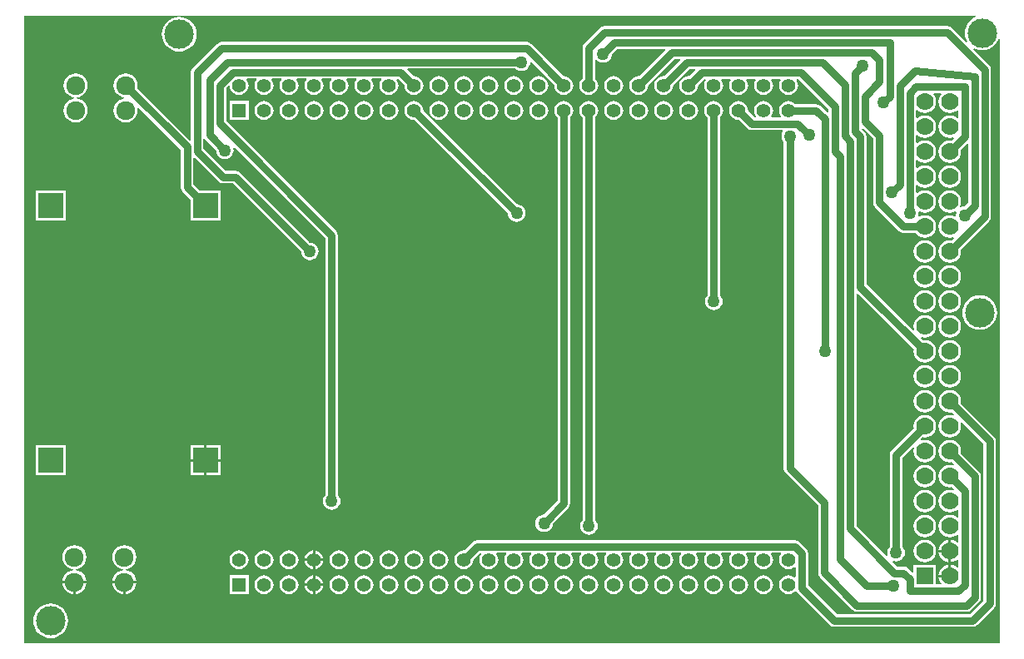
<source format=gtl>
G04*
G04 #@! TF.GenerationSoftware,Altium Limited,Altium Designer,20.0.13 (296)*
G04*
G04 Layer_Physical_Order=1*
G04 Layer_Color=255*
%FSLAX25Y25*%
%MOIN*%
G70*
G01*
G75*
%ADD23C,0.03000*%
%ADD24C,0.11811*%
%ADD25R,0.09843X0.09843*%
%ADD26C,0.07559*%
%ADD27C,0.05510*%
%ADD28R,0.05510X0.05510*%
%ADD29R,0.07000X0.07000*%
%ADD30C,0.07000*%
%ADD31C,0.05000*%
G36*
X621639Y427500D02*
X621345Y427411D01*
X620145Y426769D01*
X619093Y425907D01*
X618230Y424855D01*
X617589Y423655D01*
X617194Y422354D01*
X617061Y421000D01*
X617194Y419646D01*
X617589Y418345D01*
X617959Y417653D01*
X617553Y417352D01*
X611802Y423102D01*
X610976Y423655D01*
X610000Y423849D01*
X472800D01*
X471825Y423655D01*
X470998Y423102D01*
X464698Y416802D01*
X464145Y415976D01*
X463951Y415000D01*
Y402777D01*
X463822Y402678D01*
X463220Y401894D01*
X462842Y400980D01*
X462713Y400000D01*
X462842Y399020D01*
X463220Y398106D01*
X463822Y397322D01*
X464606Y396720D01*
X465520Y396342D01*
X466500Y396213D01*
X467480Y396342D01*
X468394Y396720D01*
X469178Y397322D01*
X469780Y398106D01*
X470158Y399020D01*
X470287Y400000D01*
X470158Y400980D01*
X469780Y401894D01*
X469178Y402678D01*
X469049Y402777D01*
Y410236D01*
X469549Y410405D01*
X469704Y410204D01*
X470435Y409643D01*
X471286Y409290D01*
X472200Y409170D01*
X473114Y409290D01*
X473965Y409643D01*
X474696Y410204D01*
X475257Y410935D01*
X475610Y411786D01*
X475719Y412614D01*
X477811Y414706D01*
X496948D01*
X497139Y414244D01*
X486661Y403766D01*
X486500Y403787D01*
X485520Y403658D01*
X484606Y403280D01*
X483822Y402678D01*
X483220Y401894D01*
X482842Y400980D01*
X482713Y400000D01*
X482842Y399020D01*
X483220Y398106D01*
X483822Y397322D01*
X484606Y396720D01*
X485520Y396342D01*
X486500Y396213D01*
X487480Y396342D01*
X488394Y396720D01*
X489178Y397322D01*
X489780Y398106D01*
X490158Y399020D01*
X490287Y400000D01*
X490266Y400161D01*
X500811Y410706D01*
X502948D01*
X503139Y410244D01*
X496661Y403766D01*
X496500Y403787D01*
X495520Y403658D01*
X494606Y403280D01*
X493822Y402678D01*
X493220Y401894D01*
X492842Y400980D01*
X492713Y400000D01*
X492842Y399020D01*
X493220Y398106D01*
X493822Y397322D01*
X494606Y396720D01*
X495520Y396342D01*
X496500Y396213D01*
X497480Y396342D01*
X498394Y396720D01*
X499178Y397322D01*
X499780Y398106D01*
X500158Y399020D01*
X500287Y400000D01*
X500266Y400161D01*
X506811Y406706D01*
X508948D01*
X509139Y406244D01*
X506661Y403766D01*
X506500Y403787D01*
X505520Y403658D01*
X504606Y403280D01*
X503822Y402678D01*
X503220Y401894D01*
X502842Y400980D01*
X502713Y400000D01*
X502842Y399020D01*
X503220Y398106D01*
X503822Y397322D01*
X504606Y396720D01*
X505520Y396342D01*
X506500Y396213D01*
X507480Y396342D01*
X508394Y396720D01*
X509178Y397322D01*
X509780Y398106D01*
X510158Y399020D01*
X510287Y400000D01*
X510266Y400161D01*
X512754Y402649D01*
X513223Y402603D01*
X513428Y402165D01*
X513220Y401894D01*
X512842Y400980D01*
X512713Y400000D01*
X512842Y399020D01*
X513220Y398106D01*
X513822Y397322D01*
X514606Y396720D01*
X515520Y396342D01*
X516500Y396213D01*
X517480Y396342D01*
X518394Y396720D01*
X519178Y397322D01*
X519780Y398106D01*
X520158Y399020D01*
X520287Y400000D01*
X520158Y400980D01*
X519780Y401894D01*
X519540Y402206D01*
X519787Y402706D01*
X523213D01*
X523460Y402206D01*
X523220Y401894D01*
X522842Y400980D01*
X522713Y400000D01*
X522842Y399020D01*
X523220Y398106D01*
X523822Y397322D01*
X524606Y396720D01*
X525520Y396342D01*
X526500Y396213D01*
X527480Y396342D01*
X528394Y396720D01*
X529178Y397322D01*
X529780Y398106D01*
X530158Y399020D01*
X530287Y400000D01*
X530158Y400980D01*
X529780Y401894D01*
X529540Y402206D01*
X529787Y402706D01*
X533213D01*
X533460Y402206D01*
X533220Y401894D01*
X532842Y400980D01*
X532713Y400000D01*
X532842Y399020D01*
X533220Y398106D01*
X533822Y397322D01*
X534606Y396720D01*
X535520Y396342D01*
X536500Y396213D01*
X537480Y396342D01*
X538394Y396720D01*
X539178Y397322D01*
X539780Y398106D01*
X540158Y399020D01*
X540287Y400000D01*
X540158Y400980D01*
X539780Y401894D01*
X539540Y402206D01*
X539787Y402706D01*
X543213D01*
X543460Y402206D01*
X543220Y401894D01*
X542842Y400980D01*
X542713Y400000D01*
X542842Y399020D01*
X543220Y398106D01*
X543822Y397322D01*
X544606Y396720D01*
X545520Y396342D01*
X546500Y396213D01*
X547480Y396342D01*
X548394Y396720D01*
X549178Y397322D01*
X549780Y398106D01*
X550158Y399020D01*
X550287Y400000D01*
X550158Y400980D01*
X549780Y401894D01*
X549572Y402165D01*
X549777Y402603D01*
X550246Y402649D01*
X562451Y390444D01*
Y389307D01*
X561989Y389116D01*
X559302Y391802D01*
X558475Y392355D01*
X557500Y392549D01*
X549277D01*
X549178Y392678D01*
X548394Y393280D01*
X547480Y393658D01*
X546500Y393787D01*
X545520Y393658D01*
X544606Y393280D01*
X543822Y392678D01*
X543220Y391894D01*
X542842Y390980D01*
X542713Y390000D01*
X542842Y389020D01*
X543220Y388106D01*
X543494Y387749D01*
X543248Y387249D01*
X539752D01*
X539506Y387749D01*
X539780Y388106D01*
X540158Y389020D01*
X540287Y390000D01*
X540158Y390980D01*
X539780Y391894D01*
X539178Y392678D01*
X538394Y393280D01*
X537480Y393658D01*
X536500Y393787D01*
X535520Y393658D01*
X534606Y393280D01*
X533822Y392678D01*
X533220Y391894D01*
X532842Y390980D01*
X532713Y390000D01*
X532842Y389020D01*
X533220Y388106D01*
X533449Y387808D01*
X533241Y387362D01*
X532789Y387316D01*
X530266Y389839D01*
X530287Y390000D01*
X530158Y390980D01*
X529780Y391894D01*
X529178Y392678D01*
X528394Y393280D01*
X527480Y393658D01*
X526500Y393787D01*
X525520Y393658D01*
X524606Y393280D01*
X523822Y392678D01*
X523220Y391894D01*
X522842Y390980D01*
X522713Y390000D01*
X522842Y389020D01*
X523220Y388106D01*
X523822Y387322D01*
X524606Y386720D01*
X525520Y386342D01*
X526500Y386213D01*
X526661Y386234D01*
X529998Y382898D01*
X530825Y382345D01*
X531800Y382151D01*
X544004D01*
X544225Y381703D01*
X544043Y381465D01*
X543690Y380614D01*
X543570Y379700D01*
X543690Y378786D01*
X544043Y377935D01*
X544551Y377273D01*
Y246500D01*
X544745Y245525D01*
X545298Y244698D01*
X558251Y231744D01*
Y204777D01*
X558445Y203802D01*
X558998Y202975D01*
X572075Y189898D01*
X572902Y189345D01*
X573877Y189151D01*
X617725D01*
X618701Y189345D01*
X619528Y189898D01*
X622802Y193172D01*
X623355Y193999D01*
X623549Y194975D01*
Y243500D01*
X623355Y244476D01*
X622802Y245302D01*
X615430Y252675D01*
X615539Y253500D01*
X615384Y254675D01*
X614931Y255769D01*
X614209Y256709D01*
X613269Y257431D01*
X612175Y257884D01*
X611000Y258039D01*
X609825Y257884D01*
X608731Y257431D01*
X607791Y256709D01*
X607069Y255769D01*
X606616Y254675D01*
X606461Y253500D01*
X606616Y252325D01*
X607069Y251231D01*
X607791Y250291D01*
X608731Y249569D01*
X609825Y249116D01*
X611000Y248961D01*
X611825Y249070D01*
X612678Y248217D01*
X612395Y247793D01*
X612175Y247884D01*
X611000Y248039D01*
X609825Y247884D01*
X608731Y247431D01*
X607791Y246709D01*
X607069Y245769D01*
X606616Y244675D01*
X606461Y243500D01*
X606616Y242325D01*
X607069Y241231D01*
X607791Y240291D01*
X608731Y239569D01*
X609825Y239116D01*
X611000Y238961D01*
X611825Y239070D01*
X612678Y238217D01*
X612395Y237793D01*
X612175Y237884D01*
X611000Y238039D01*
X609825Y237884D01*
X608731Y237431D01*
X607791Y236709D01*
X607069Y235769D01*
X606616Y234675D01*
X606461Y233500D01*
X606616Y232325D01*
X607069Y231231D01*
X607791Y230291D01*
X608731Y229569D01*
X609825Y229116D01*
X611000Y228961D01*
X612175Y229116D01*
X613269Y229569D01*
X613951Y230092D01*
X614451Y229846D01*
Y227154D01*
X613951Y226908D01*
X613269Y227431D01*
X612175Y227884D01*
X611000Y228039D01*
X609825Y227884D01*
X608731Y227431D01*
X607791Y226709D01*
X607069Y225769D01*
X606616Y224675D01*
X606461Y223500D01*
X606616Y222325D01*
X607069Y221231D01*
X607791Y220291D01*
X608731Y219569D01*
X609825Y219116D01*
X611000Y218961D01*
X612175Y219116D01*
X613269Y219569D01*
X613951Y220092D01*
X614451Y219846D01*
Y217154D01*
X613951Y216908D01*
X613269Y217431D01*
X612175Y217884D01*
X611500Y217973D01*
Y213500D01*
Y209027D01*
X612175Y209116D01*
X613269Y209569D01*
X613951Y210092D01*
X614451Y209846D01*
Y207154D01*
X613951Y206908D01*
X613269Y207431D01*
X612175Y207884D01*
X611500Y207973D01*
Y203500D01*
X611000D01*
Y203000D01*
X606527D01*
X606616Y202325D01*
X607069Y201231D01*
X607592Y200549D01*
X607346Y200049D01*
X605500D01*
Y208000D01*
X596500D01*
Y204958D01*
X596038Y204767D01*
X594302Y206502D01*
X593475Y207055D01*
X592500Y207249D01*
X589956D01*
X588022Y209183D01*
X588306Y209606D01*
X588586Y209490D01*
X589500Y209370D01*
X590414Y209490D01*
X591265Y209843D01*
X591996Y210404D01*
X592557Y211135D01*
X592910Y211986D01*
X593030Y212900D01*
X592910Y213814D01*
X592557Y214665D01*
X592049Y215328D01*
Y250944D01*
X596283Y255178D01*
X596707Y254895D01*
X596616Y254675D01*
X596461Y253500D01*
X596616Y252325D01*
X597069Y251231D01*
X597791Y250291D01*
X598731Y249569D01*
X599825Y249116D01*
X601000Y248961D01*
X602175Y249116D01*
X603269Y249569D01*
X604209Y250291D01*
X604931Y251231D01*
X605384Y252325D01*
X605539Y253500D01*
X605384Y254675D01*
X604931Y255769D01*
X604209Y256709D01*
X603269Y257431D01*
X602175Y257884D01*
X601000Y258039D01*
X599825Y257884D01*
X599605Y257793D01*
X599322Y258217D01*
X600175Y259070D01*
X601000Y258961D01*
X602175Y259116D01*
X603269Y259569D01*
X604209Y260291D01*
X604931Y261231D01*
X605384Y262325D01*
X605539Y263500D01*
X605384Y264675D01*
X604931Y265769D01*
X604209Y266709D01*
X603269Y267431D01*
X602175Y267884D01*
X601000Y268039D01*
X599825Y267884D01*
X598731Y267431D01*
X597791Y266709D01*
X597069Y265769D01*
X596616Y264675D01*
X596461Y263500D01*
X596570Y262675D01*
X587698Y253802D01*
X587145Y252976D01*
X586951Y252000D01*
Y215328D01*
X586443Y214665D01*
X586090Y213814D01*
X585970Y212900D01*
X586090Y211986D01*
X586206Y211705D01*
X585782Y211422D01*
X573749Y223456D01*
Y316493D01*
X574211Y316684D01*
X596570Y294325D01*
X596461Y293500D01*
X596616Y292325D01*
X597069Y291231D01*
X597791Y290291D01*
X598731Y289569D01*
X599825Y289116D01*
X601000Y288961D01*
X602175Y289116D01*
X603269Y289569D01*
X604209Y290291D01*
X604931Y291231D01*
X605384Y292325D01*
X605539Y293500D01*
X605384Y294675D01*
X604931Y295769D01*
X604209Y296709D01*
X603269Y297431D01*
X602175Y297884D01*
X601000Y298039D01*
X600175Y297930D01*
X599322Y298783D01*
X599605Y299207D01*
X599825Y299116D01*
X601000Y298961D01*
X602175Y299116D01*
X603269Y299569D01*
X604209Y300291D01*
X604931Y301231D01*
X605384Y302325D01*
X605539Y303500D01*
X605384Y304675D01*
X604931Y305769D01*
X604209Y306709D01*
X603269Y307431D01*
X602175Y307884D01*
X601000Y308039D01*
X599825Y307884D01*
X598731Y307431D01*
X597791Y306709D01*
X597069Y305769D01*
X596616Y304675D01*
X596461Y303500D01*
X596616Y302325D01*
X596707Y302105D01*
X596283Y301821D01*
X577749Y320356D01*
Y379500D01*
X577555Y380475D01*
X577002Y381302D01*
X575835Y382470D01*
X575848Y382540D01*
X576391Y382704D01*
X580309Y378787D01*
Y353076D01*
X580503Y352101D01*
X581055Y351274D01*
X590631Y341698D01*
X591458Y341145D01*
X592434Y340951D01*
X597284D01*
X597791Y340291D01*
X598731Y339569D01*
X599825Y339116D01*
X601000Y338961D01*
X602175Y339116D01*
X603269Y339569D01*
X604209Y340291D01*
X604931Y341231D01*
X605384Y342325D01*
X605539Y343500D01*
X605384Y344675D01*
X604931Y345769D01*
X604209Y346709D01*
X603269Y347431D01*
X602175Y347884D01*
X601000Y348039D01*
X599825Y347884D01*
X598731Y347431D01*
X598716Y347420D01*
X598306Y347735D01*
X598410Y347986D01*
X598530Y348900D01*
X598497Y349149D01*
X598959Y349475D01*
X599825Y349116D01*
X601000Y348961D01*
X602175Y349116D01*
X603269Y349569D01*
X604209Y350291D01*
X604931Y351231D01*
X605384Y352325D01*
X605539Y353500D01*
X605384Y354675D01*
X604931Y355769D01*
X604209Y356709D01*
X603269Y357431D01*
X602175Y357884D01*
X601000Y358039D01*
X599825Y357884D01*
X598731Y357431D01*
X598049Y356908D01*
X597549Y357154D01*
Y359846D01*
X598049Y360092D01*
X598731Y359569D01*
X599825Y359116D01*
X601000Y358961D01*
X602175Y359116D01*
X603269Y359569D01*
X604209Y360291D01*
X604931Y361231D01*
X605384Y362325D01*
X605539Y363500D01*
X605384Y364675D01*
X604931Y365769D01*
X604209Y366709D01*
X603269Y367431D01*
X602175Y367884D01*
X601000Y368039D01*
X599825Y367884D01*
X598731Y367431D01*
X598049Y366908D01*
X597549Y367154D01*
Y369846D01*
X598049Y370092D01*
X598731Y369569D01*
X599825Y369116D01*
X601000Y368961D01*
X602175Y369116D01*
X603269Y369569D01*
X604209Y370291D01*
X604931Y371231D01*
X605384Y372325D01*
X605539Y373500D01*
X605384Y374675D01*
X604931Y375769D01*
X604209Y376709D01*
X603269Y377431D01*
X602175Y377884D01*
X601000Y378039D01*
X599825Y377884D01*
X598731Y377431D01*
X598049Y376908D01*
X597549Y377154D01*
Y379846D01*
X598049Y380092D01*
X598731Y379569D01*
X599825Y379116D01*
X601000Y378961D01*
X602175Y379116D01*
X603269Y379569D01*
X604209Y380291D01*
X604931Y381231D01*
X605384Y382325D01*
X605539Y383500D01*
X605384Y384675D01*
X604931Y385769D01*
X604209Y386709D01*
X603269Y387431D01*
X602175Y387884D01*
X601000Y388039D01*
X599825Y387884D01*
X598731Y387431D01*
X598049Y386908D01*
X597549Y387154D01*
Y389846D01*
X598049Y390092D01*
X598731Y389569D01*
X599825Y389116D01*
X601000Y388961D01*
X602175Y389116D01*
X603269Y389569D01*
X604209Y390291D01*
X604931Y391231D01*
X605384Y392325D01*
X605539Y393500D01*
X605384Y394675D01*
X604931Y395769D01*
X604408Y396451D01*
X604654Y396951D01*
X607346D01*
X607592Y396451D01*
X607069Y395769D01*
X606616Y394675D01*
X606461Y393500D01*
X606616Y392325D01*
X607069Y391231D01*
X607791Y390291D01*
X608731Y389569D01*
X609825Y389116D01*
X611000Y388961D01*
X612175Y389116D01*
X613269Y389569D01*
X613951Y390092D01*
X614451Y389846D01*
Y387154D01*
X613951Y386908D01*
X613269Y387431D01*
X612175Y387884D01*
X611000Y388039D01*
X609825Y387884D01*
X608731Y387431D01*
X607791Y386709D01*
X607069Y385769D01*
X606616Y384675D01*
X606461Y383500D01*
X606616Y382325D01*
X607069Y381231D01*
X607791Y380291D01*
X608731Y379569D01*
X609825Y379116D01*
X611000Y378961D01*
X612175Y379116D01*
X612395Y379207D01*
X612678Y378783D01*
X611825Y377930D01*
X611000Y378039D01*
X609825Y377884D01*
X608731Y377431D01*
X607791Y376709D01*
X607069Y375769D01*
X606616Y374675D01*
X606461Y373500D01*
X606616Y372325D01*
X607069Y371231D01*
X607791Y370291D01*
X608731Y369569D01*
X609825Y369116D01*
X611000Y368961D01*
X612175Y369116D01*
X613269Y369569D01*
X614209Y370291D01*
X614931Y371231D01*
X615384Y372325D01*
X615539Y373500D01*
X615430Y374325D01*
X617989Y376884D01*
X618451Y376693D01*
Y353056D01*
X616914Y351519D01*
X616086Y351410D01*
X615434Y351140D01*
X615052Y351523D01*
X615384Y352325D01*
X615539Y353500D01*
X615384Y354675D01*
X614931Y355769D01*
X614209Y356709D01*
X613269Y357431D01*
X612175Y357884D01*
X611000Y358039D01*
X609825Y357884D01*
X608731Y357431D01*
X607791Y356709D01*
X607069Y355769D01*
X606616Y354675D01*
X606461Y353500D01*
X606616Y352325D01*
X607069Y351231D01*
X607791Y350291D01*
X608731Y349569D01*
X609825Y349116D01*
X611000Y348961D01*
X612175Y349116D01*
X613269Y349569D01*
X613344Y349627D01*
X613755Y349311D01*
X613590Y348914D01*
X613470Y348000D01*
X613487Y347866D01*
X613027Y347531D01*
X612175Y347884D01*
X611000Y348039D01*
X609825Y347884D01*
X608731Y347431D01*
X607791Y346709D01*
X607069Y345769D01*
X606616Y344675D01*
X606461Y343500D01*
X606616Y342325D01*
X607069Y341231D01*
X607791Y340291D01*
X608731Y339569D01*
X609825Y339116D01*
X611000Y338961D01*
X612175Y339116D01*
X612395Y339207D01*
X612678Y338783D01*
X611825Y337930D01*
X611000Y338039D01*
X609825Y337884D01*
X608731Y337431D01*
X607791Y336709D01*
X607069Y335769D01*
X606616Y334675D01*
X606461Y333500D01*
X606616Y332325D01*
X607069Y331231D01*
X607791Y330291D01*
X608731Y329569D01*
X609825Y329116D01*
X611000Y328961D01*
X612175Y329116D01*
X613269Y329569D01*
X614209Y330291D01*
X614931Y331231D01*
X615384Y332325D01*
X615539Y333500D01*
X615430Y334325D01*
X626802Y345698D01*
X627355Y346525D01*
X627549Y347500D01*
Y406300D01*
X627355Y407275D01*
X626802Y408102D01*
X620352Y414553D01*
X620653Y414959D01*
X621345Y414589D01*
X622646Y414194D01*
X624000Y414061D01*
X625354Y414194D01*
X626655Y414589D01*
X627855Y415231D01*
X628907Y416093D01*
X629770Y417145D01*
X630411Y418345D01*
X630500Y418639D01*
X631000Y418565D01*
X631000Y176500D01*
X240500D01*
X240500Y428000D01*
X621565Y428000D01*
X621639Y427500D01*
D02*
G37*
%LPC*%
G36*
X302500Y427439D02*
X301146Y427306D01*
X299845Y426911D01*
X298645Y426269D01*
X297593Y425407D01*
X296730Y424355D01*
X296089Y423155D01*
X295694Y421854D01*
X295561Y420500D01*
X295694Y419146D01*
X296089Y417845D01*
X296730Y416645D01*
X297593Y415593D01*
X298645Y414731D01*
X299845Y414089D01*
X301146Y413694D01*
X302500Y413561D01*
X303854Y413694D01*
X305155Y414089D01*
X306355Y414731D01*
X307407Y415593D01*
X308270Y416645D01*
X308911Y417845D01*
X309306Y419146D01*
X309439Y420500D01*
X309306Y421854D01*
X308911Y423155D01*
X308270Y424355D01*
X307407Y425407D01*
X306355Y426269D01*
X305155Y426911D01*
X303854Y427306D01*
X302500Y427439D01*
D02*
G37*
G36*
X476500Y403787D02*
X475520Y403658D01*
X474606Y403280D01*
X473822Y402678D01*
X473220Y401894D01*
X472842Y400980D01*
X472713Y400000D01*
X472842Y399020D01*
X473220Y398106D01*
X473822Y397322D01*
X474606Y396720D01*
X475520Y396342D01*
X476500Y396213D01*
X477480Y396342D01*
X478394Y396720D01*
X479178Y397322D01*
X479780Y398106D01*
X480158Y399020D01*
X480287Y400000D01*
X480158Y400980D01*
X479780Y401894D01*
X479178Y402678D01*
X478394Y403280D01*
X477480Y403658D01*
X476500Y403787D01*
D02*
G37*
G36*
X441600Y417449D02*
X319400D01*
X318425Y417255D01*
X317598Y416702D01*
X307809Y406914D01*
X307257Y406087D01*
X307063Y405112D01*
Y378195D01*
X306601Y378004D01*
X285679Y398925D01*
X285821Y400000D01*
X285656Y401248D01*
X285175Y402410D01*
X284409Y403409D01*
X283410Y404175D01*
X282248Y404657D01*
X281000Y404821D01*
X279752Y404657D01*
X278590Y404175D01*
X277591Y403409D01*
X276825Y402410D01*
X276343Y401248D01*
X276179Y400000D01*
X276343Y398752D01*
X276825Y397590D01*
X277591Y396591D01*
X278590Y395825D01*
X279752Y395343D01*
X280446Y395252D01*
Y394748D01*
X279752Y394656D01*
X278590Y394175D01*
X277591Y393409D01*
X276825Y392410D01*
X276343Y391248D01*
X276179Y390000D01*
X276343Y388752D01*
X276825Y387590D01*
X277591Y386591D01*
X278590Y385825D01*
X279752Y385344D01*
X281000Y385179D01*
X282248Y385344D01*
X283410Y385825D01*
X284409Y386591D01*
X285175Y387590D01*
X285656Y388752D01*
X285821Y390000D01*
X285689Y390999D01*
X286163Y391232D01*
X303063Y374332D01*
Y359189D01*
X303257Y358213D01*
X303809Y357386D01*
X307079Y354117D01*
Y345879D01*
X318921D01*
Y357722D01*
X310683D01*
X308161Y360245D01*
Y370903D01*
X308623Y371094D01*
X318198Y361519D01*
X319024Y360967D01*
X320000Y360773D01*
X323922D01*
X351281Y333414D01*
X351390Y332586D01*
X351743Y331735D01*
X352304Y331004D01*
X353035Y330443D01*
X353886Y330090D01*
X354800Y329970D01*
X355714Y330090D01*
X356565Y330443D01*
X357296Y331004D01*
X357857Y331735D01*
X358210Y332586D01*
X358330Y333500D01*
X358210Y334414D01*
X357857Y335265D01*
X357296Y335996D01*
X356565Y336557D01*
X355714Y336910D01*
X354886Y337019D01*
X326781Y365124D01*
X325954Y365677D01*
X324978Y365871D01*
X321056D01*
X312161Y374766D01*
Y378500D01*
X312661Y378652D01*
X312898Y378298D01*
X317281Y373914D01*
X317390Y373086D01*
X317743Y372235D01*
X318304Y371504D01*
X319035Y370943D01*
X319886Y370590D01*
X320800Y370470D01*
X321714Y370590D01*
X322565Y370943D01*
X323296Y371504D01*
X323857Y372235D01*
X324210Y373086D01*
X324330Y374000D01*
X324210Y374914D01*
X324164Y375024D01*
X324588Y375307D01*
X360951Y338944D01*
Y235928D01*
X360443Y235265D01*
X360090Y234414D01*
X359970Y233500D01*
X360090Y232586D01*
X360443Y231735D01*
X361004Y231004D01*
X361735Y230443D01*
X362586Y230090D01*
X363500Y229970D01*
X364414Y230090D01*
X365265Y230443D01*
X365996Y231004D01*
X366557Y231735D01*
X366910Y232586D01*
X367030Y233500D01*
X366910Y234414D01*
X366557Y235265D01*
X366049Y235928D01*
Y340000D01*
X365855Y340975D01*
X365302Y341802D01*
X321249Y385856D01*
Y398944D01*
X322219Y399915D01*
X322747Y399735D01*
X322842Y399020D01*
X323220Y398106D01*
X323822Y397322D01*
X324606Y396720D01*
X325520Y396342D01*
X326500Y396213D01*
X327480Y396342D01*
X328394Y396720D01*
X329178Y397322D01*
X329780Y398106D01*
X330158Y399020D01*
X330287Y400000D01*
X330158Y400980D01*
X329780Y401894D01*
X329506Y402251D01*
X329752Y402751D01*
X333248D01*
X333494Y402251D01*
X333220Y401894D01*
X332842Y400980D01*
X332713Y400000D01*
X332842Y399020D01*
X333220Y398106D01*
X333822Y397322D01*
X334606Y396720D01*
X335520Y396342D01*
X336500Y396213D01*
X337480Y396342D01*
X338394Y396720D01*
X339178Y397322D01*
X339780Y398106D01*
X340158Y399020D01*
X340287Y400000D01*
X340158Y400980D01*
X339780Y401894D01*
X339506Y402251D01*
X339752Y402751D01*
X343248D01*
X343494Y402251D01*
X343220Y401894D01*
X342842Y400980D01*
X342713Y400000D01*
X342842Y399020D01*
X343220Y398106D01*
X343822Y397322D01*
X344606Y396720D01*
X345520Y396342D01*
X346500Y396213D01*
X347480Y396342D01*
X348394Y396720D01*
X349178Y397322D01*
X349780Y398106D01*
X350158Y399020D01*
X350287Y400000D01*
X350158Y400980D01*
X349780Y401894D01*
X349506Y402251D01*
X349752Y402751D01*
X353248D01*
X353494Y402251D01*
X353220Y401894D01*
X352842Y400980D01*
X352713Y400000D01*
X352842Y399020D01*
X353220Y398106D01*
X353822Y397322D01*
X354606Y396720D01*
X355520Y396342D01*
X356500Y396213D01*
X357480Y396342D01*
X358394Y396720D01*
X359178Y397322D01*
X359780Y398106D01*
X360158Y399020D01*
X360287Y400000D01*
X360158Y400980D01*
X359780Y401894D01*
X359506Y402251D01*
X359752Y402751D01*
X363248D01*
X363494Y402251D01*
X363220Y401894D01*
X362842Y400980D01*
X362713Y400000D01*
X362842Y399020D01*
X363220Y398106D01*
X363822Y397322D01*
X364606Y396720D01*
X365520Y396342D01*
X366500Y396213D01*
X367480Y396342D01*
X368394Y396720D01*
X369178Y397322D01*
X369780Y398106D01*
X370158Y399020D01*
X370287Y400000D01*
X370158Y400980D01*
X369780Y401894D01*
X369506Y402251D01*
X369752Y402751D01*
X373248D01*
X373494Y402251D01*
X373220Y401894D01*
X372842Y400980D01*
X372713Y400000D01*
X372842Y399020D01*
X373220Y398106D01*
X373822Y397322D01*
X374606Y396720D01*
X375520Y396342D01*
X376500Y396213D01*
X377480Y396342D01*
X378394Y396720D01*
X379178Y397322D01*
X379780Y398106D01*
X380158Y399020D01*
X380287Y400000D01*
X380158Y400980D01*
X379780Y401894D01*
X379506Y402251D01*
X379752Y402751D01*
X383248D01*
X383494Y402251D01*
X383220Y401894D01*
X382842Y400980D01*
X382713Y400000D01*
X382842Y399020D01*
X383220Y398106D01*
X383822Y397322D01*
X384606Y396720D01*
X385520Y396342D01*
X386500Y396213D01*
X387480Y396342D01*
X388394Y396720D01*
X389178Y397322D01*
X389780Y398106D01*
X390158Y399020D01*
X390287Y400000D01*
X390158Y400980D01*
X389780Y401894D01*
X389551Y402192D01*
X389759Y402638D01*
X390211Y402684D01*
X392734Y400161D01*
X392713Y400000D01*
X392842Y399020D01*
X393220Y398106D01*
X393822Y397322D01*
X394606Y396720D01*
X395520Y396342D01*
X396500Y396213D01*
X397480Y396342D01*
X398394Y396720D01*
X399178Y397322D01*
X399780Y398106D01*
X400158Y399020D01*
X400287Y400000D01*
X400158Y400980D01*
X399780Y401894D01*
X399178Y402678D01*
X398394Y403280D01*
X397480Y403658D01*
X396500Y403787D01*
X396339Y403766D01*
X393816Y406289D01*
X394007Y406751D01*
X437073D01*
X437735Y406243D01*
X438586Y405890D01*
X439500Y405770D01*
X440414Y405890D01*
X441265Y406243D01*
X441996Y406804D01*
X442557Y407535D01*
X442910Y408386D01*
X443014Y409174D01*
X443477Y409418D01*
X452734Y400161D01*
X452713Y400000D01*
X452842Y399020D01*
X453220Y398106D01*
X453822Y397322D01*
X454606Y396720D01*
X455520Y396342D01*
X456500Y396213D01*
X457480Y396342D01*
X458394Y396720D01*
X459178Y397322D01*
X459780Y398106D01*
X460158Y399020D01*
X460287Y400000D01*
X460158Y400980D01*
X459780Y401894D01*
X459178Y402678D01*
X458394Y403280D01*
X457480Y403658D01*
X456500Y403787D01*
X456339Y403766D01*
X443402Y416702D01*
X442576Y417255D01*
X441600Y417449D01*
D02*
G37*
G36*
X446500Y403787D02*
X445520Y403658D01*
X444606Y403280D01*
X443822Y402678D01*
X443220Y401894D01*
X442842Y400980D01*
X442713Y400000D01*
X442842Y399020D01*
X443220Y398106D01*
X443822Y397322D01*
X444606Y396720D01*
X445520Y396342D01*
X446500Y396213D01*
X447480Y396342D01*
X448394Y396720D01*
X449178Y397322D01*
X449780Y398106D01*
X450158Y399020D01*
X450287Y400000D01*
X450158Y400980D01*
X449780Y401894D01*
X449178Y402678D01*
X448394Y403280D01*
X447480Y403658D01*
X446500Y403787D01*
D02*
G37*
G36*
X436500D02*
X435520Y403658D01*
X434606Y403280D01*
X433822Y402678D01*
X433220Y401894D01*
X432842Y400980D01*
X432713Y400000D01*
X432842Y399020D01*
X433220Y398106D01*
X433822Y397322D01*
X434606Y396720D01*
X435520Y396342D01*
X436500Y396213D01*
X437480Y396342D01*
X438394Y396720D01*
X439178Y397322D01*
X439780Y398106D01*
X440158Y399020D01*
X440287Y400000D01*
X440158Y400980D01*
X439780Y401894D01*
X439178Y402678D01*
X438394Y403280D01*
X437480Y403658D01*
X436500Y403787D01*
D02*
G37*
G36*
X426500D02*
X425520Y403658D01*
X424606Y403280D01*
X423822Y402678D01*
X423220Y401894D01*
X422842Y400980D01*
X422713Y400000D01*
X422842Y399020D01*
X423220Y398106D01*
X423822Y397322D01*
X424606Y396720D01*
X425520Y396342D01*
X426500Y396213D01*
X427480Y396342D01*
X428394Y396720D01*
X429178Y397322D01*
X429780Y398106D01*
X430158Y399020D01*
X430287Y400000D01*
X430158Y400980D01*
X429780Y401894D01*
X429178Y402678D01*
X428394Y403280D01*
X427480Y403658D01*
X426500Y403787D01*
D02*
G37*
G36*
X416500D02*
X415520Y403658D01*
X414606Y403280D01*
X413822Y402678D01*
X413220Y401894D01*
X412842Y400980D01*
X412713Y400000D01*
X412842Y399020D01*
X413220Y398106D01*
X413822Y397322D01*
X414606Y396720D01*
X415520Y396342D01*
X416500Y396213D01*
X417480Y396342D01*
X418394Y396720D01*
X419178Y397322D01*
X419780Y398106D01*
X420158Y399020D01*
X420287Y400000D01*
X420158Y400980D01*
X419780Y401894D01*
X419178Y402678D01*
X418394Y403280D01*
X417480Y403658D01*
X416500Y403787D01*
D02*
G37*
G36*
X406500D02*
X405520Y403658D01*
X404606Y403280D01*
X403822Y402678D01*
X403220Y401894D01*
X402842Y400980D01*
X402713Y400000D01*
X402842Y399020D01*
X403220Y398106D01*
X403822Y397322D01*
X404606Y396720D01*
X405520Y396342D01*
X406500Y396213D01*
X407480Y396342D01*
X408394Y396720D01*
X409178Y397322D01*
X409780Y398106D01*
X410158Y399020D01*
X410287Y400000D01*
X410158Y400980D01*
X409780Y401894D01*
X409178Y402678D01*
X408394Y403280D01*
X407480Y403658D01*
X406500Y403787D01*
D02*
G37*
G36*
X330255Y393755D02*
X322745D01*
Y386245D01*
X330255D01*
Y393755D01*
D02*
G37*
G36*
X506500Y393787D02*
X505520Y393658D01*
X504606Y393280D01*
X503822Y392678D01*
X503220Y391894D01*
X502842Y390980D01*
X502713Y390000D01*
X502842Y389020D01*
X503220Y388106D01*
X503822Y387322D01*
X504606Y386720D01*
X505520Y386342D01*
X506500Y386213D01*
X507480Y386342D01*
X508394Y386720D01*
X509178Y387322D01*
X509780Y388106D01*
X510158Y389020D01*
X510287Y390000D01*
X510158Y390980D01*
X509780Y391894D01*
X509178Y392678D01*
X508394Y393280D01*
X507480Y393658D01*
X506500Y393787D01*
D02*
G37*
G36*
X496500D02*
X495520Y393658D01*
X494606Y393280D01*
X493822Y392678D01*
X493220Y391894D01*
X492842Y390980D01*
X492713Y390000D01*
X492842Y389020D01*
X493220Y388106D01*
X493822Y387322D01*
X494606Y386720D01*
X495520Y386342D01*
X496500Y386213D01*
X497480Y386342D01*
X498394Y386720D01*
X499178Y387322D01*
X499780Y388106D01*
X500158Y389020D01*
X500287Y390000D01*
X500158Y390980D01*
X499780Y391894D01*
X499178Y392678D01*
X498394Y393280D01*
X497480Y393658D01*
X496500Y393787D01*
D02*
G37*
G36*
X486500D02*
X485520Y393658D01*
X484606Y393280D01*
X483822Y392678D01*
X483220Y391894D01*
X482842Y390980D01*
X482713Y390000D01*
X482842Y389020D01*
X483220Y388106D01*
X483822Y387322D01*
X484606Y386720D01*
X485520Y386342D01*
X486500Y386213D01*
X487480Y386342D01*
X488394Y386720D01*
X489178Y387322D01*
X489780Y388106D01*
X490158Y389020D01*
X490287Y390000D01*
X490158Y390980D01*
X489780Y391894D01*
X489178Y392678D01*
X488394Y393280D01*
X487480Y393658D01*
X486500Y393787D01*
D02*
G37*
G36*
X476500D02*
X475520Y393658D01*
X474606Y393280D01*
X473822Y392678D01*
X473220Y391894D01*
X472842Y390980D01*
X472713Y390000D01*
X472842Y389020D01*
X473220Y388106D01*
X473822Y387322D01*
X474606Y386720D01*
X475520Y386342D01*
X476500Y386213D01*
X477480Y386342D01*
X478394Y386720D01*
X479178Y387322D01*
X479780Y388106D01*
X480158Y389020D01*
X480287Y390000D01*
X480158Y390980D01*
X479780Y391894D01*
X479178Y392678D01*
X478394Y393280D01*
X477480Y393658D01*
X476500Y393787D01*
D02*
G37*
G36*
X446500D02*
X445520Y393658D01*
X444606Y393280D01*
X443822Y392678D01*
X443220Y391894D01*
X442842Y390980D01*
X442713Y390000D01*
X442842Y389020D01*
X443220Y388106D01*
X443822Y387322D01*
X444606Y386720D01*
X445520Y386342D01*
X446500Y386213D01*
X447480Y386342D01*
X448394Y386720D01*
X449178Y387322D01*
X449780Y388106D01*
X450158Y389020D01*
X450287Y390000D01*
X450158Y390980D01*
X449780Y391894D01*
X449178Y392678D01*
X448394Y393280D01*
X447480Y393658D01*
X446500Y393787D01*
D02*
G37*
G36*
X436500D02*
X435520Y393658D01*
X434606Y393280D01*
X433822Y392678D01*
X433220Y391894D01*
X432842Y390980D01*
X432713Y390000D01*
X432842Y389020D01*
X433220Y388106D01*
X433822Y387322D01*
X434606Y386720D01*
X435520Y386342D01*
X436500Y386213D01*
X437480Y386342D01*
X438394Y386720D01*
X439178Y387322D01*
X439780Y388106D01*
X440158Y389020D01*
X440287Y390000D01*
X440158Y390980D01*
X439780Y391894D01*
X439178Y392678D01*
X438394Y393280D01*
X437480Y393658D01*
X436500Y393787D01*
D02*
G37*
G36*
X426500D02*
X425520Y393658D01*
X424606Y393280D01*
X423822Y392678D01*
X423220Y391894D01*
X422842Y390980D01*
X422713Y390000D01*
X422842Y389020D01*
X423220Y388106D01*
X423822Y387322D01*
X424606Y386720D01*
X425520Y386342D01*
X426500Y386213D01*
X427480Y386342D01*
X428394Y386720D01*
X429178Y387322D01*
X429780Y388106D01*
X430158Y389020D01*
X430287Y390000D01*
X430158Y390980D01*
X429780Y391894D01*
X429178Y392678D01*
X428394Y393280D01*
X427480Y393658D01*
X426500Y393787D01*
D02*
G37*
G36*
X416500D02*
X415520Y393658D01*
X414606Y393280D01*
X413822Y392678D01*
X413220Y391894D01*
X412842Y390980D01*
X412713Y390000D01*
X412842Y389020D01*
X413220Y388106D01*
X413822Y387322D01*
X414606Y386720D01*
X415520Y386342D01*
X416500Y386213D01*
X417480Y386342D01*
X418394Y386720D01*
X419178Y387322D01*
X419780Y388106D01*
X420158Y389020D01*
X420287Y390000D01*
X420158Y390980D01*
X419780Y391894D01*
X419178Y392678D01*
X418394Y393280D01*
X417480Y393658D01*
X416500Y393787D01*
D02*
G37*
G36*
X406500D02*
X405520Y393658D01*
X404606Y393280D01*
X403822Y392678D01*
X403220Y391894D01*
X402842Y390980D01*
X402713Y390000D01*
X402842Y389020D01*
X403220Y388106D01*
X403822Y387322D01*
X404606Y386720D01*
X405520Y386342D01*
X406500Y386213D01*
X407480Y386342D01*
X408394Y386720D01*
X409178Y387322D01*
X409780Y388106D01*
X410158Y389020D01*
X410287Y390000D01*
X410158Y390980D01*
X409780Y391894D01*
X409178Y392678D01*
X408394Y393280D01*
X407480Y393658D01*
X406500Y393787D01*
D02*
G37*
G36*
X386500D02*
X385520Y393658D01*
X384606Y393280D01*
X383822Y392678D01*
X383220Y391894D01*
X382842Y390980D01*
X382713Y390000D01*
X382842Y389020D01*
X383220Y388106D01*
X383822Y387322D01*
X384606Y386720D01*
X385520Y386342D01*
X386500Y386213D01*
X387480Y386342D01*
X388394Y386720D01*
X389178Y387322D01*
X389780Y388106D01*
X390158Y389020D01*
X390287Y390000D01*
X390158Y390980D01*
X389780Y391894D01*
X389178Y392678D01*
X388394Y393280D01*
X387480Y393658D01*
X386500Y393787D01*
D02*
G37*
G36*
X376500D02*
X375520Y393658D01*
X374606Y393280D01*
X373822Y392678D01*
X373220Y391894D01*
X372842Y390980D01*
X372713Y390000D01*
X372842Y389020D01*
X373220Y388106D01*
X373822Y387322D01*
X374606Y386720D01*
X375520Y386342D01*
X376500Y386213D01*
X377480Y386342D01*
X378394Y386720D01*
X379178Y387322D01*
X379780Y388106D01*
X380158Y389020D01*
X380287Y390000D01*
X380158Y390980D01*
X379780Y391894D01*
X379178Y392678D01*
X378394Y393280D01*
X377480Y393658D01*
X376500Y393787D01*
D02*
G37*
G36*
X366500D02*
X365520Y393658D01*
X364606Y393280D01*
X363822Y392678D01*
X363220Y391894D01*
X362842Y390980D01*
X362713Y390000D01*
X362842Y389020D01*
X363220Y388106D01*
X363822Y387322D01*
X364606Y386720D01*
X365520Y386342D01*
X366500Y386213D01*
X367480Y386342D01*
X368394Y386720D01*
X369178Y387322D01*
X369780Y388106D01*
X370158Y389020D01*
X370287Y390000D01*
X370158Y390980D01*
X369780Y391894D01*
X369178Y392678D01*
X368394Y393280D01*
X367480Y393658D01*
X366500Y393787D01*
D02*
G37*
G36*
X356500D02*
X355520Y393658D01*
X354606Y393280D01*
X353822Y392678D01*
X353220Y391894D01*
X352842Y390980D01*
X352713Y390000D01*
X352842Y389020D01*
X353220Y388106D01*
X353822Y387322D01*
X354606Y386720D01*
X355520Y386342D01*
X356500Y386213D01*
X357480Y386342D01*
X358394Y386720D01*
X359178Y387322D01*
X359780Y388106D01*
X360158Y389020D01*
X360287Y390000D01*
X360158Y390980D01*
X359780Y391894D01*
X359178Y392678D01*
X358394Y393280D01*
X357480Y393658D01*
X356500Y393787D01*
D02*
G37*
G36*
X346500D02*
X345520Y393658D01*
X344606Y393280D01*
X343822Y392678D01*
X343220Y391894D01*
X342842Y390980D01*
X342713Y390000D01*
X342842Y389020D01*
X343220Y388106D01*
X343822Y387322D01*
X344606Y386720D01*
X345520Y386342D01*
X346500Y386213D01*
X347480Y386342D01*
X348394Y386720D01*
X349178Y387322D01*
X349780Y388106D01*
X350158Y389020D01*
X350287Y390000D01*
X350158Y390980D01*
X349780Y391894D01*
X349178Y392678D01*
X348394Y393280D01*
X347480Y393658D01*
X346500Y393787D01*
D02*
G37*
G36*
X336500D02*
X335520Y393658D01*
X334606Y393280D01*
X333822Y392678D01*
X333220Y391894D01*
X332842Y390980D01*
X332713Y390000D01*
X332842Y389020D01*
X333220Y388106D01*
X333822Y387322D01*
X334606Y386720D01*
X335520Y386342D01*
X336500Y386213D01*
X337480Y386342D01*
X338394Y386720D01*
X339178Y387322D01*
X339780Y388106D01*
X340158Y389020D01*
X340287Y390000D01*
X340158Y390980D01*
X339780Y391894D01*
X339178Y392678D01*
X338394Y393280D01*
X337480Y393658D01*
X336500Y393787D01*
D02*
G37*
G36*
X261000Y404821D02*
X259752Y404657D01*
X258590Y404175D01*
X257591Y403409D01*
X256825Y402410D01*
X256344Y401248D01*
X256179Y400000D01*
X256344Y398752D01*
X256825Y397590D01*
X257591Y396591D01*
X258590Y395825D01*
X259752Y395343D01*
X260446Y395252D01*
Y394748D01*
X259752Y394656D01*
X258590Y394175D01*
X257591Y393409D01*
X256825Y392410D01*
X256344Y391248D01*
X256179Y390000D01*
X256344Y388752D01*
X256825Y387590D01*
X257591Y386591D01*
X258590Y385825D01*
X259752Y385344D01*
X261000Y385179D01*
X262248Y385344D01*
X263410Y385825D01*
X264409Y386591D01*
X265175Y387590D01*
X265656Y388752D01*
X265821Y390000D01*
X265656Y391248D01*
X265175Y392410D01*
X264409Y393409D01*
X263410Y394175D01*
X262248Y394656D01*
X261554Y394748D01*
Y395252D01*
X262248Y395343D01*
X263410Y395825D01*
X264409Y396591D01*
X265175Y397590D01*
X265656Y398752D01*
X265821Y400000D01*
X265656Y401248D01*
X265175Y402410D01*
X264409Y403409D01*
X263410Y404175D01*
X262248Y404657D01*
X261000Y404821D01*
D02*
G37*
G36*
X611000Y368039D02*
X609825Y367884D01*
X608731Y367431D01*
X607791Y366709D01*
X607069Y365769D01*
X606616Y364675D01*
X606461Y363500D01*
X606616Y362325D01*
X607069Y361231D01*
X607791Y360291D01*
X608731Y359569D01*
X609825Y359116D01*
X611000Y358961D01*
X612175Y359116D01*
X613269Y359569D01*
X614209Y360291D01*
X614931Y361231D01*
X615384Y362325D01*
X615539Y363500D01*
X615384Y364675D01*
X614931Y365769D01*
X614209Y366709D01*
X613269Y367431D01*
X612175Y367884D01*
X611000Y368039D01*
D02*
G37*
G36*
X256921Y357722D02*
X245079D01*
Y345879D01*
X256921D01*
Y357722D01*
D02*
G37*
G36*
X396500Y393787D02*
X395520Y393658D01*
X394606Y393280D01*
X393822Y392678D01*
X393220Y391894D01*
X392842Y390980D01*
X392713Y390000D01*
X392842Y389020D01*
X393220Y388106D01*
X393822Y387322D01*
X394606Y386720D01*
X395520Y386342D01*
X396500Y386213D01*
X396661Y386234D01*
X434081Y348814D01*
X434190Y347986D01*
X434543Y347135D01*
X435104Y346404D01*
X435835Y345843D01*
X436686Y345490D01*
X437600Y345370D01*
X438514Y345490D01*
X439365Y345843D01*
X440096Y346404D01*
X440657Y347135D01*
X441010Y347986D01*
X441130Y348900D01*
X441010Y349814D01*
X440657Y350665D01*
X440096Y351396D01*
X439365Y351957D01*
X438514Y352310D01*
X437686Y352419D01*
X400266Y389839D01*
X400287Y390000D01*
X400158Y390980D01*
X399780Y391894D01*
X399178Y392678D01*
X398394Y393280D01*
X397480Y393658D01*
X396500Y393787D01*
D02*
G37*
G36*
X601000Y338039D02*
X599825Y337884D01*
X598731Y337431D01*
X597791Y336709D01*
X597069Y335769D01*
X596616Y334675D01*
X596461Y333500D01*
X596616Y332325D01*
X597069Y331231D01*
X597791Y330291D01*
X598731Y329569D01*
X599825Y329116D01*
X601000Y328961D01*
X602175Y329116D01*
X603269Y329569D01*
X604209Y330291D01*
X604931Y331231D01*
X605384Y332325D01*
X605539Y333500D01*
X605384Y334675D01*
X604931Y335769D01*
X604209Y336709D01*
X603269Y337431D01*
X602175Y337884D01*
X601000Y338039D01*
D02*
G37*
G36*
X611000Y328039D02*
X609825Y327884D01*
X608731Y327431D01*
X607791Y326709D01*
X607069Y325769D01*
X606616Y324675D01*
X606461Y323500D01*
X606616Y322325D01*
X607069Y321231D01*
X607791Y320291D01*
X608731Y319569D01*
X609825Y319116D01*
X611000Y318961D01*
X612175Y319116D01*
X613269Y319569D01*
X614209Y320291D01*
X614931Y321231D01*
X615384Y322325D01*
X615539Y323500D01*
X615384Y324675D01*
X614931Y325769D01*
X614209Y326709D01*
X613269Y327431D01*
X612175Y327884D01*
X611000Y328039D01*
D02*
G37*
G36*
X601000D02*
X599825Y327884D01*
X598731Y327431D01*
X597791Y326709D01*
X597069Y325769D01*
X596616Y324675D01*
X596461Y323500D01*
X596616Y322325D01*
X597069Y321231D01*
X597791Y320291D01*
X598731Y319569D01*
X599825Y319116D01*
X601000Y318961D01*
X602175Y319116D01*
X603269Y319569D01*
X604209Y320291D01*
X604931Y321231D01*
X605384Y322325D01*
X605539Y323500D01*
X605384Y324675D01*
X604931Y325769D01*
X604209Y326709D01*
X603269Y327431D01*
X602175Y327884D01*
X601000Y328039D01*
D02*
G37*
G36*
X516500Y393787D02*
X515520Y393658D01*
X514606Y393280D01*
X513822Y392678D01*
X513220Y391894D01*
X512842Y390980D01*
X512713Y390000D01*
X512842Y389020D01*
X513220Y388106D01*
X513822Y387322D01*
X513951Y387223D01*
Y315928D01*
X513443Y315265D01*
X513090Y314414D01*
X512970Y313500D01*
X513090Y312586D01*
X513443Y311735D01*
X514004Y311004D01*
X514735Y310443D01*
X515586Y310090D01*
X516500Y309970D01*
X517414Y310090D01*
X518265Y310443D01*
X518996Y311004D01*
X519557Y311735D01*
X519910Y312586D01*
X520030Y313500D01*
X519910Y314414D01*
X519557Y315265D01*
X519049Y315928D01*
Y387223D01*
X519178Y387322D01*
X519780Y388106D01*
X520158Y389020D01*
X520287Y390000D01*
X520158Y390980D01*
X519780Y391894D01*
X519178Y392678D01*
X518394Y393280D01*
X517480Y393658D01*
X516500Y393787D01*
D02*
G37*
G36*
X611000Y318039D02*
X609825Y317884D01*
X608731Y317431D01*
X607791Y316709D01*
X607069Y315769D01*
X606616Y314675D01*
X606461Y313500D01*
X606616Y312325D01*
X607069Y311231D01*
X607791Y310291D01*
X608731Y309569D01*
X609825Y309116D01*
X611000Y308961D01*
X612175Y309116D01*
X613269Y309569D01*
X614209Y310291D01*
X614931Y311231D01*
X615384Y312325D01*
X615539Y313500D01*
X615384Y314675D01*
X614931Y315769D01*
X614209Y316709D01*
X613269Y317431D01*
X612175Y317884D01*
X611000Y318039D01*
D02*
G37*
G36*
X601000D02*
X599825Y317884D01*
X598731Y317431D01*
X597791Y316709D01*
X597069Y315769D01*
X596616Y314675D01*
X596461Y313500D01*
X596616Y312325D01*
X597069Y311231D01*
X597791Y310291D01*
X598731Y309569D01*
X599825Y309116D01*
X601000Y308961D01*
X602175Y309116D01*
X603269Y309569D01*
X604209Y310291D01*
X604931Y311231D01*
X605384Y312325D01*
X605539Y313500D01*
X605384Y314675D01*
X604931Y315769D01*
X604209Y316709D01*
X603269Y317431D01*
X602175Y317884D01*
X601000Y318039D01*
D02*
G37*
G36*
X623000Y315939D02*
X621646Y315806D01*
X620345Y315411D01*
X619145Y314770D01*
X618093Y313907D01*
X617231Y312855D01*
X616589Y311655D01*
X616194Y310354D01*
X616061Y309000D01*
X616194Y307646D01*
X616589Y306345D01*
X617231Y305145D01*
X618093Y304093D01*
X619145Y303231D01*
X620345Y302589D01*
X621646Y302194D01*
X623000Y302061D01*
X624354Y302194D01*
X625655Y302589D01*
X626855Y303231D01*
X627907Y304093D01*
X628769Y305145D01*
X629411Y306345D01*
X629806Y307646D01*
X629939Y309000D01*
X629806Y310354D01*
X629411Y311655D01*
X628769Y312855D01*
X627907Y313907D01*
X626855Y314770D01*
X625655Y315411D01*
X624354Y315806D01*
X623000Y315939D01*
D02*
G37*
G36*
X611000Y308039D02*
X609825Y307884D01*
X608731Y307431D01*
X607791Y306709D01*
X607069Y305769D01*
X606616Y304675D01*
X606461Y303500D01*
X606616Y302325D01*
X607069Y301231D01*
X607791Y300291D01*
X608731Y299569D01*
X609825Y299116D01*
X611000Y298961D01*
X612175Y299116D01*
X613269Y299569D01*
X614209Y300291D01*
X614931Y301231D01*
X615384Y302325D01*
X615539Y303500D01*
X615384Y304675D01*
X614931Y305769D01*
X614209Y306709D01*
X613269Y307431D01*
X612175Y307884D01*
X611000Y308039D01*
D02*
G37*
G36*
Y298039D02*
X609825Y297884D01*
X608731Y297431D01*
X607791Y296709D01*
X607069Y295769D01*
X606616Y294675D01*
X606461Y293500D01*
X606616Y292325D01*
X607069Y291231D01*
X607791Y290291D01*
X608731Y289569D01*
X609825Y289116D01*
X611000Y288961D01*
X612175Y289116D01*
X613269Y289569D01*
X614209Y290291D01*
X614931Y291231D01*
X615384Y292325D01*
X615539Y293500D01*
X615384Y294675D01*
X614931Y295769D01*
X614209Y296709D01*
X613269Y297431D01*
X612175Y297884D01*
X611000Y298039D01*
D02*
G37*
G36*
Y288039D02*
X609825Y287884D01*
X608731Y287431D01*
X607791Y286709D01*
X607069Y285769D01*
X606616Y284675D01*
X606461Y283500D01*
X606616Y282325D01*
X607069Y281231D01*
X607791Y280291D01*
X608731Y279569D01*
X609825Y279116D01*
X611000Y278961D01*
X612175Y279116D01*
X613269Y279569D01*
X614209Y280291D01*
X614931Y281231D01*
X615384Y282325D01*
X615539Y283500D01*
X615384Y284675D01*
X614931Y285769D01*
X614209Y286709D01*
X613269Y287431D01*
X612175Y287884D01*
X611000Y288039D01*
D02*
G37*
G36*
X601000D02*
X599825Y287884D01*
X598731Y287431D01*
X597791Y286709D01*
X597069Y285769D01*
X596616Y284675D01*
X596461Y283500D01*
X596616Y282325D01*
X597069Y281231D01*
X597791Y280291D01*
X598731Y279569D01*
X599825Y279116D01*
X601000Y278961D01*
X602175Y279116D01*
X603269Y279569D01*
X604209Y280291D01*
X604931Y281231D01*
X605384Y282325D01*
X605539Y283500D01*
X605384Y284675D01*
X604931Y285769D01*
X604209Y286709D01*
X603269Y287431D01*
X602175Y287884D01*
X601000Y288039D01*
D02*
G37*
G36*
Y278039D02*
X599825Y277884D01*
X598731Y277431D01*
X597791Y276709D01*
X597069Y275769D01*
X596616Y274675D01*
X596461Y273500D01*
X596616Y272325D01*
X597069Y271231D01*
X597791Y270291D01*
X598731Y269569D01*
X599825Y269116D01*
X601000Y268961D01*
X602175Y269116D01*
X603269Y269569D01*
X604209Y270291D01*
X604931Y271231D01*
X605384Y272325D01*
X605539Y273500D01*
X605384Y274675D01*
X604931Y275769D01*
X604209Y276709D01*
X603269Y277431D01*
X602175Y277884D01*
X601000Y278039D01*
D02*
G37*
G36*
X611000D02*
X609825Y277884D01*
X608731Y277431D01*
X607791Y276709D01*
X607069Y275769D01*
X606616Y274675D01*
X606461Y273500D01*
X606616Y272325D01*
X607069Y271231D01*
X607791Y270291D01*
X608731Y269569D01*
X609825Y269116D01*
X611000Y268961D01*
X611825Y269070D01*
X612678Y268217D01*
X612395Y267793D01*
X612175Y267884D01*
X611000Y268039D01*
X609825Y267884D01*
X608731Y267431D01*
X607791Y266709D01*
X607069Y265769D01*
X606616Y264675D01*
X606461Y263500D01*
X606616Y262325D01*
X607069Y261231D01*
X607791Y260291D01*
X608731Y259569D01*
X609825Y259116D01*
X611000Y258961D01*
X612175Y259116D01*
X613269Y259569D01*
X614209Y260291D01*
X614931Y261231D01*
X615384Y262325D01*
X615539Y263500D01*
X615384Y264675D01*
X615293Y264895D01*
X615717Y265178D01*
X624451Y256444D01*
Y193556D01*
X619144Y188249D01*
X565813D01*
X554349Y199713D01*
Y212500D01*
X554155Y213475D01*
X553602Y214302D01*
X550802Y217102D01*
X549975Y217655D01*
X549000Y217849D01*
X421800D01*
X420824Y217655D01*
X419998Y217102D01*
X416661Y213766D01*
X416500Y213787D01*
X415520Y213658D01*
X414606Y213280D01*
X413822Y212678D01*
X413220Y211894D01*
X412842Y210980D01*
X412713Y210000D01*
X412842Y209020D01*
X413220Y208106D01*
X413822Y207322D01*
X414606Y206720D01*
X415520Y206342D01*
X416500Y206213D01*
X417480Y206342D01*
X418394Y206720D01*
X419178Y207322D01*
X419780Y208106D01*
X420158Y209020D01*
X420287Y210000D01*
X420266Y210161D01*
X422789Y212684D01*
X423241Y212638D01*
X423449Y212192D01*
X423220Y211894D01*
X422842Y210980D01*
X422713Y210000D01*
X422842Y209020D01*
X423220Y208106D01*
X423822Y207322D01*
X424606Y206720D01*
X425520Y206342D01*
X426500Y206213D01*
X427480Y206342D01*
X428394Y206720D01*
X429178Y207322D01*
X429780Y208106D01*
X430158Y209020D01*
X430287Y210000D01*
X430158Y210980D01*
X429780Y211894D01*
X429506Y212251D01*
X429752Y212751D01*
X433248D01*
X433494Y212251D01*
X433220Y211894D01*
X432842Y210980D01*
X432713Y210000D01*
X432842Y209020D01*
X433220Y208106D01*
X433822Y207322D01*
X434606Y206720D01*
X435520Y206342D01*
X436500Y206213D01*
X437480Y206342D01*
X438394Y206720D01*
X439178Y207322D01*
X439780Y208106D01*
X440158Y209020D01*
X440287Y210000D01*
X440158Y210980D01*
X439780Y211894D01*
X439506Y212251D01*
X439752Y212751D01*
X443248D01*
X443494Y212251D01*
X443220Y211894D01*
X442842Y210980D01*
X442713Y210000D01*
X442842Y209020D01*
X443220Y208106D01*
X443822Y207322D01*
X444606Y206720D01*
X445520Y206342D01*
X446500Y206213D01*
X447480Y206342D01*
X448394Y206720D01*
X449178Y207322D01*
X449780Y208106D01*
X450158Y209020D01*
X450287Y210000D01*
X450158Y210980D01*
X449780Y211894D01*
X449506Y212251D01*
X449752Y212751D01*
X453248D01*
X453494Y212251D01*
X453220Y211894D01*
X452842Y210980D01*
X452713Y210000D01*
X452842Y209020D01*
X453220Y208106D01*
X453822Y207322D01*
X454606Y206720D01*
X455520Y206342D01*
X456500Y206213D01*
X457480Y206342D01*
X458394Y206720D01*
X459178Y207322D01*
X459780Y208106D01*
X460158Y209020D01*
X460287Y210000D01*
X460158Y210980D01*
X459780Y211894D01*
X459506Y212251D01*
X459752Y212751D01*
X463248D01*
X463494Y212251D01*
X463220Y211894D01*
X462842Y210980D01*
X462713Y210000D01*
X462842Y209020D01*
X463220Y208106D01*
X463822Y207322D01*
X464606Y206720D01*
X465520Y206342D01*
X466500Y206213D01*
X467480Y206342D01*
X468394Y206720D01*
X469178Y207322D01*
X469780Y208106D01*
X470158Y209020D01*
X470287Y210000D01*
X470158Y210980D01*
X469780Y211894D01*
X469506Y212251D01*
X469752Y212751D01*
X473248D01*
X473494Y212251D01*
X473220Y211894D01*
X472842Y210980D01*
X472713Y210000D01*
X472842Y209020D01*
X473220Y208106D01*
X473822Y207322D01*
X474606Y206720D01*
X475520Y206342D01*
X476500Y206213D01*
X477480Y206342D01*
X478394Y206720D01*
X479178Y207322D01*
X479780Y208106D01*
X480158Y209020D01*
X480287Y210000D01*
X480158Y210980D01*
X479780Y211894D01*
X479506Y212251D01*
X479752Y212751D01*
X483248D01*
X483494Y212251D01*
X483220Y211894D01*
X482842Y210980D01*
X482713Y210000D01*
X482842Y209020D01*
X483220Y208106D01*
X483822Y207322D01*
X484606Y206720D01*
X485520Y206342D01*
X486500Y206213D01*
X487480Y206342D01*
X488394Y206720D01*
X489178Y207322D01*
X489780Y208106D01*
X490158Y209020D01*
X490287Y210000D01*
X490158Y210980D01*
X489780Y211894D01*
X489506Y212251D01*
X489752Y212751D01*
X493248D01*
X493494Y212251D01*
X493220Y211894D01*
X492842Y210980D01*
X492713Y210000D01*
X492842Y209020D01*
X493220Y208106D01*
X493822Y207322D01*
X494606Y206720D01*
X495520Y206342D01*
X496500Y206213D01*
X497480Y206342D01*
X498394Y206720D01*
X499178Y207322D01*
X499780Y208106D01*
X500158Y209020D01*
X500287Y210000D01*
X500158Y210980D01*
X499780Y211894D01*
X499506Y212251D01*
X499752Y212751D01*
X503248D01*
X503494Y212251D01*
X503220Y211894D01*
X502842Y210980D01*
X502713Y210000D01*
X502842Y209020D01*
X503220Y208106D01*
X503822Y207322D01*
X504606Y206720D01*
X505520Y206342D01*
X506500Y206213D01*
X507480Y206342D01*
X508394Y206720D01*
X509178Y207322D01*
X509780Y208106D01*
X510158Y209020D01*
X510287Y210000D01*
X510158Y210980D01*
X509780Y211894D01*
X509506Y212251D01*
X509752Y212751D01*
X513248D01*
X513494Y212251D01*
X513220Y211894D01*
X512842Y210980D01*
X512713Y210000D01*
X512842Y209020D01*
X513220Y208106D01*
X513822Y207322D01*
X514606Y206720D01*
X515520Y206342D01*
X516500Y206213D01*
X517480Y206342D01*
X518394Y206720D01*
X519178Y207322D01*
X519780Y208106D01*
X520158Y209020D01*
X520287Y210000D01*
X520158Y210980D01*
X519780Y211894D01*
X519506Y212251D01*
X519752Y212751D01*
X523248D01*
X523494Y212251D01*
X523220Y211894D01*
X522842Y210980D01*
X522713Y210000D01*
X522842Y209020D01*
X523220Y208106D01*
X523822Y207322D01*
X524606Y206720D01*
X525520Y206342D01*
X526500Y206213D01*
X527480Y206342D01*
X528394Y206720D01*
X529178Y207322D01*
X529780Y208106D01*
X530158Y209020D01*
X530287Y210000D01*
X530158Y210980D01*
X529780Y211894D01*
X529506Y212251D01*
X529752Y212751D01*
X533248D01*
X533494Y212251D01*
X533220Y211894D01*
X532842Y210980D01*
X532713Y210000D01*
X532842Y209020D01*
X533220Y208106D01*
X533822Y207322D01*
X534606Y206720D01*
X535520Y206342D01*
X536500Y206213D01*
X537480Y206342D01*
X538394Y206720D01*
X539178Y207322D01*
X539780Y208106D01*
X540158Y209020D01*
X540287Y210000D01*
X540158Y210980D01*
X539780Y211894D01*
X539506Y212251D01*
X539752Y212751D01*
X543248D01*
X543494Y212251D01*
X543220Y211894D01*
X542842Y210980D01*
X542713Y210000D01*
X542842Y209020D01*
X543220Y208106D01*
X543822Y207322D01*
X544606Y206720D01*
X545520Y206342D01*
X546500Y206213D01*
X547480Y206342D01*
X548394Y206720D01*
X548751Y206994D01*
X549251Y206748D01*
Y203252D01*
X548751Y203006D01*
X548394Y203280D01*
X547480Y203658D01*
X546500Y203787D01*
X545520Y203658D01*
X544606Y203280D01*
X543822Y202678D01*
X543220Y201894D01*
X542842Y200980D01*
X542713Y200000D01*
X542842Y199020D01*
X543220Y198106D01*
X543822Y197322D01*
X544606Y196720D01*
X545520Y196342D01*
X546500Y196213D01*
X547480Y196342D01*
X548394Y196720D01*
X549116Y197274D01*
X549354Y197329D01*
X549688Y197319D01*
X549998Y196855D01*
X562955Y183898D01*
X563782Y183345D01*
X564757Y183151D01*
X620200D01*
X621175Y183345D01*
X622002Y183898D01*
X628802Y190698D01*
X629355Y191525D01*
X629549Y192500D01*
Y257500D01*
X629355Y258475D01*
X628802Y259302D01*
X615430Y272675D01*
X615539Y273500D01*
X615384Y274675D01*
X614931Y275769D01*
X614209Y276709D01*
X613269Y277431D01*
X612175Y277884D01*
X611000Y278039D01*
D02*
G37*
G36*
X318921Y255722D02*
X313500D01*
Y250301D01*
X318921D01*
Y255722D01*
D02*
G37*
G36*
X312500D02*
X307079D01*
Y250301D01*
X312500D01*
Y255722D01*
D02*
G37*
G36*
X318921Y249301D02*
X313500D01*
Y243879D01*
X318921D01*
Y249301D01*
D02*
G37*
G36*
X312500D02*
X307079D01*
Y243879D01*
X312500D01*
Y249301D01*
D02*
G37*
G36*
X256921Y255722D02*
X245079D01*
Y243879D01*
X256921D01*
Y255722D01*
D02*
G37*
G36*
X601000Y248039D02*
X599825Y247884D01*
X598731Y247431D01*
X597791Y246709D01*
X597069Y245769D01*
X596616Y244675D01*
X596461Y243500D01*
X596616Y242325D01*
X597069Y241231D01*
X597791Y240291D01*
X598731Y239569D01*
X599825Y239116D01*
X601000Y238961D01*
X602175Y239116D01*
X603269Y239569D01*
X604209Y240291D01*
X604931Y241231D01*
X605384Y242325D01*
X605539Y243500D01*
X605384Y244675D01*
X604931Y245769D01*
X604209Y246709D01*
X603269Y247431D01*
X602175Y247884D01*
X601000Y248039D01*
D02*
G37*
G36*
Y238039D02*
X599825Y237884D01*
X598731Y237431D01*
X597791Y236709D01*
X597069Y235769D01*
X596616Y234675D01*
X596461Y233500D01*
X596616Y232325D01*
X597069Y231231D01*
X597791Y230291D01*
X598731Y229569D01*
X599825Y229116D01*
X601000Y228961D01*
X602175Y229116D01*
X603269Y229569D01*
X604209Y230291D01*
X604931Y231231D01*
X605384Y232325D01*
X605539Y233500D01*
X605384Y234675D01*
X604931Y235769D01*
X604209Y236709D01*
X603269Y237431D01*
X602175Y237884D01*
X601000Y238039D01*
D02*
G37*
G36*
X456500Y393787D02*
X455520Y393658D01*
X454606Y393280D01*
X453822Y392678D01*
X453220Y391894D01*
X452842Y390980D01*
X452713Y390000D01*
X452842Y389020D01*
X453220Y388106D01*
X453822Y387322D01*
X453951Y387223D01*
Y233556D01*
X448514Y228119D01*
X447686Y228010D01*
X446835Y227657D01*
X446104Y227096D01*
X445543Y226365D01*
X445190Y225514D01*
X445070Y224600D01*
X445190Y223686D01*
X445543Y222835D01*
X446104Y222104D01*
X446835Y221543D01*
X447686Y221190D01*
X448600Y221070D01*
X449514Y221190D01*
X450365Y221543D01*
X451096Y222104D01*
X451657Y222835D01*
X452010Y223686D01*
X452119Y224514D01*
X458302Y230698D01*
X458855Y231524D01*
X459049Y232500D01*
Y387223D01*
X459178Y387322D01*
X459780Y388106D01*
X460158Y389020D01*
X460287Y390000D01*
X460158Y390980D01*
X459780Y391894D01*
X459178Y392678D01*
X458394Y393280D01*
X457480Y393658D01*
X456500Y393787D01*
D02*
G37*
G36*
X466500D02*
X465520Y393658D01*
X464606Y393280D01*
X463822Y392678D01*
X463220Y391894D01*
X462842Y390980D01*
X462713Y390000D01*
X462842Y389020D01*
X463220Y388106D01*
X463822Y387322D01*
X463951Y387223D01*
Y225927D01*
X463443Y225265D01*
X463090Y224414D01*
X462970Y223500D01*
X463090Y222586D01*
X463443Y221735D01*
X464004Y221004D01*
X464735Y220443D01*
X465586Y220090D01*
X466500Y219970D01*
X467414Y220090D01*
X468265Y220443D01*
X468996Y221004D01*
X469557Y221735D01*
X469910Y222586D01*
X470030Y223500D01*
X469910Y224414D01*
X469557Y225265D01*
X469049Y225927D01*
Y387223D01*
X469178Y387322D01*
X469780Y388106D01*
X470158Y389020D01*
X470287Y390000D01*
X470158Y390980D01*
X469780Y391894D01*
X469178Y392678D01*
X468394Y393280D01*
X467480Y393658D01*
X466500Y393787D01*
D02*
G37*
G36*
X601000Y228039D02*
X599825Y227884D01*
X598731Y227431D01*
X597791Y226709D01*
X597069Y225769D01*
X596616Y224675D01*
X596461Y223500D01*
X596616Y222325D01*
X597069Y221231D01*
X597791Y220291D01*
X598731Y219569D01*
X599825Y219116D01*
X601000Y218961D01*
X602175Y219116D01*
X603269Y219569D01*
X604209Y220291D01*
X604931Y221231D01*
X605384Y222325D01*
X605539Y223500D01*
X605384Y224675D01*
X604931Y225769D01*
X604209Y226709D01*
X603269Y227431D01*
X602175Y227884D01*
X601000Y228039D01*
D02*
G37*
G36*
X610500Y217973D02*
X609825Y217884D01*
X608731Y217431D01*
X607791Y216709D01*
X607069Y215769D01*
X606616Y214675D01*
X606527Y214000D01*
X610500D01*
Y217973D01*
D02*
G37*
G36*
X357000Y213722D02*
Y210500D01*
X360222D01*
X360158Y210980D01*
X359780Y211894D01*
X359178Y212678D01*
X358394Y213280D01*
X357480Y213658D01*
X357000Y213722D01*
D02*
G37*
G36*
X356000D02*
X355520Y213658D01*
X354606Y213280D01*
X353822Y212678D01*
X353220Y211894D01*
X352842Y210980D01*
X352778Y210500D01*
X356000D01*
Y213722D01*
D02*
G37*
G36*
X610500Y213000D02*
X606527D01*
X606616Y212325D01*
X607069Y211231D01*
X607791Y210291D01*
X608731Y209569D01*
X609825Y209116D01*
X610500Y209027D01*
Y213000D01*
D02*
G37*
G36*
X601000Y218039D02*
X599825Y217884D01*
X598731Y217431D01*
X597791Y216709D01*
X597069Y215769D01*
X596616Y214675D01*
X596461Y213500D01*
X596616Y212325D01*
X597069Y211231D01*
X597791Y210291D01*
X598731Y209569D01*
X599825Y209116D01*
X601000Y208961D01*
X602175Y209116D01*
X603269Y209569D01*
X604209Y210291D01*
X604931Y211231D01*
X605384Y212325D01*
X605539Y213500D01*
X605384Y214675D01*
X604931Y215769D01*
X604209Y216709D01*
X603269Y217431D01*
X602175Y217884D01*
X601000Y218039D01*
D02*
G37*
G36*
X360222Y209500D02*
X357000D01*
Y206278D01*
X357480Y206342D01*
X358394Y206720D01*
X359178Y207322D01*
X359780Y208106D01*
X360158Y209020D01*
X360222Y209500D01*
D02*
G37*
G36*
X356000D02*
X352778D01*
X352842Y209020D01*
X353220Y208106D01*
X353822Y207322D01*
X354606Y206720D01*
X355520Y206342D01*
X356000Y206278D01*
Y209500D01*
D02*
G37*
G36*
X406500Y213787D02*
X405520Y213658D01*
X404606Y213280D01*
X403822Y212678D01*
X403220Y211894D01*
X402842Y210980D01*
X402713Y210000D01*
X402842Y209020D01*
X403220Y208106D01*
X403822Y207322D01*
X404606Y206720D01*
X405520Y206342D01*
X406500Y206213D01*
X407480Y206342D01*
X408394Y206720D01*
X409178Y207322D01*
X409780Y208106D01*
X410158Y209020D01*
X410287Y210000D01*
X410158Y210980D01*
X409780Y211894D01*
X409178Y212678D01*
X408394Y213280D01*
X407480Y213658D01*
X406500Y213787D01*
D02*
G37*
G36*
X396500D02*
X395520Y213658D01*
X394606Y213280D01*
X393822Y212678D01*
X393220Y211894D01*
X392842Y210980D01*
X392713Y210000D01*
X392842Y209020D01*
X393220Y208106D01*
X393822Y207322D01*
X394606Y206720D01*
X395520Y206342D01*
X396500Y206213D01*
X397480Y206342D01*
X398394Y206720D01*
X399178Y207322D01*
X399780Y208106D01*
X400158Y209020D01*
X400287Y210000D01*
X400158Y210980D01*
X399780Y211894D01*
X399178Y212678D01*
X398394Y213280D01*
X397480Y213658D01*
X396500Y213787D01*
D02*
G37*
G36*
X386500D02*
X385520Y213658D01*
X384606Y213280D01*
X383822Y212678D01*
X383220Y211894D01*
X382842Y210980D01*
X382713Y210000D01*
X382842Y209020D01*
X383220Y208106D01*
X383822Y207322D01*
X384606Y206720D01*
X385520Y206342D01*
X386500Y206213D01*
X387480Y206342D01*
X388394Y206720D01*
X389178Y207322D01*
X389780Y208106D01*
X390158Y209020D01*
X390287Y210000D01*
X390158Y210980D01*
X389780Y211894D01*
X389178Y212678D01*
X388394Y213280D01*
X387480Y213658D01*
X386500Y213787D01*
D02*
G37*
G36*
X376500D02*
X375520Y213658D01*
X374606Y213280D01*
X373822Y212678D01*
X373220Y211894D01*
X372842Y210980D01*
X372713Y210000D01*
X372842Y209020D01*
X373220Y208106D01*
X373822Y207322D01*
X374606Y206720D01*
X375520Y206342D01*
X376500Y206213D01*
X377480Y206342D01*
X378394Y206720D01*
X379178Y207322D01*
X379780Y208106D01*
X380158Y209020D01*
X380287Y210000D01*
X380158Y210980D01*
X379780Y211894D01*
X379178Y212678D01*
X378394Y213280D01*
X377480Y213658D01*
X376500Y213787D01*
D02*
G37*
G36*
X366500D02*
X365520Y213658D01*
X364606Y213280D01*
X363822Y212678D01*
X363220Y211894D01*
X362842Y210980D01*
X362713Y210000D01*
X362842Y209020D01*
X363220Y208106D01*
X363822Y207322D01*
X364606Y206720D01*
X365520Y206342D01*
X366500Y206213D01*
X367480Y206342D01*
X368394Y206720D01*
X369178Y207322D01*
X369780Y208106D01*
X370158Y209020D01*
X370287Y210000D01*
X370158Y210980D01*
X369780Y211894D01*
X369178Y212678D01*
X368394Y213280D01*
X367480Y213658D01*
X366500Y213787D01*
D02*
G37*
G36*
X346500D02*
X345520Y213658D01*
X344606Y213280D01*
X343822Y212678D01*
X343220Y211894D01*
X342842Y210980D01*
X342713Y210000D01*
X342842Y209020D01*
X343220Y208106D01*
X343822Y207322D01*
X344606Y206720D01*
X345520Y206342D01*
X346500Y206213D01*
X347480Y206342D01*
X348394Y206720D01*
X349178Y207322D01*
X349780Y208106D01*
X350158Y209020D01*
X350287Y210000D01*
X350158Y210980D01*
X349780Y211894D01*
X349178Y212678D01*
X348394Y213280D01*
X347480Y213658D01*
X346500Y213787D01*
D02*
G37*
G36*
X336500D02*
X335520Y213658D01*
X334606Y213280D01*
X333822Y212678D01*
X333220Y211894D01*
X332842Y210980D01*
X332713Y210000D01*
X332842Y209020D01*
X333220Y208106D01*
X333822Y207322D01*
X334606Y206720D01*
X335520Y206342D01*
X336500Y206213D01*
X337480Y206342D01*
X338394Y206720D01*
X339178Y207322D01*
X339780Y208106D01*
X340158Y209020D01*
X340287Y210000D01*
X340158Y210980D01*
X339780Y211894D01*
X339178Y212678D01*
X338394Y213280D01*
X337480Y213658D01*
X336500Y213787D01*
D02*
G37*
G36*
X326500D02*
X325520Y213658D01*
X324606Y213280D01*
X323822Y212678D01*
X323220Y211894D01*
X322842Y210980D01*
X322713Y210000D01*
X322842Y209020D01*
X323220Y208106D01*
X323822Y207322D01*
X324606Y206720D01*
X325520Y206342D01*
X326500Y206213D01*
X327480Y206342D01*
X328394Y206720D01*
X329178Y207322D01*
X329780Y208106D01*
X330158Y209020D01*
X330287Y210000D01*
X330158Y210980D01*
X329780Y211894D01*
X329178Y212678D01*
X328394Y213280D01*
X327480Y213658D01*
X326500Y213787D01*
D02*
G37*
G36*
X610500Y207973D02*
X609825Y207884D01*
X608731Y207431D01*
X607791Y206709D01*
X607069Y205769D01*
X606616Y204675D01*
X606527Y204000D01*
X610500D01*
Y207973D01*
D02*
G37*
G36*
X280500Y215821D02*
X279252Y215656D01*
X278090Y215175D01*
X277091Y214409D01*
X276325Y213410D01*
X275844Y212248D01*
X275679Y211000D01*
X275844Y209752D01*
X276325Y208590D01*
X277091Y207591D01*
X278090Y206825D01*
X279252Y206344D01*
X279946Y206252D01*
Y205748D01*
X279252Y205657D01*
X278090Y205175D01*
X277091Y204409D01*
X276325Y203410D01*
X275844Y202248D01*
X275745Y201500D01*
X280500D01*
X285255D01*
X285156Y202248D01*
X284675Y203410D01*
X283909Y204409D01*
X282910Y205175D01*
X281748Y205657D01*
X281054Y205748D01*
Y206252D01*
X281748Y206344D01*
X282910Y206825D01*
X283909Y207591D01*
X284675Y208590D01*
X285156Y209752D01*
X285321Y211000D01*
X285156Y212248D01*
X284675Y213410D01*
X283909Y214409D01*
X282910Y215175D01*
X281748Y215656D01*
X280500Y215821D01*
D02*
G37*
G36*
X260500D02*
X259252Y215656D01*
X258090Y215175D01*
X257091Y214409D01*
X256325Y213410D01*
X255843Y212248D01*
X255679Y211000D01*
X255843Y209752D01*
X256325Y208590D01*
X257091Y207591D01*
X258090Y206825D01*
X259252Y206344D01*
X259946Y206252D01*
Y205748D01*
X259252Y205657D01*
X258090Y205175D01*
X257091Y204409D01*
X256325Y203410D01*
X255843Y202248D01*
X255745Y201500D01*
X260500D01*
X265255D01*
X265157Y202248D01*
X264675Y203410D01*
X263909Y204409D01*
X262910Y205175D01*
X261748Y205657D01*
X261054Y205748D01*
Y206252D01*
X261748Y206344D01*
X262910Y206825D01*
X263909Y207591D01*
X264675Y208590D01*
X265157Y209752D01*
X265321Y211000D01*
X265157Y212248D01*
X264675Y213410D01*
X263909Y214409D01*
X262910Y215175D01*
X261748Y215656D01*
X260500Y215821D01*
D02*
G37*
G36*
X357000Y203722D02*
Y200500D01*
X360222D01*
X360158Y200980D01*
X359780Y201894D01*
X359178Y202678D01*
X358394Y203280D01*
X357480Y203658D01*
X357000Y203722D01*
D02*
G37*
G36*
X356000D02*
X355520Y203658D01*
X354606Y203280D01*
X353822Y202678D01*
X353220Y201894D01*
X352842Y200980D01*
X352778Y200500D01*
X356000D01*
Y203722D01*
D02*
G37*
G36*
X360222Y199500D02*
X357000D01*
Y196278D01*
X357480Y196342D01*
X358394Y196720D01*
X359178Y197322D01*
X359780Y198106D01*
X360158Y199020D01*
X360222Y199500D01*
D02*
G37*
G36*
X356000D02*
X352778D01*
X352842Y199020D01*
X353220Y198106D01*
X353822Y197322D01*
X354606Y196720D01*
X355520Y196342D01*
X356000Y196278D01*
Y199500D01*
D02*
G37*
G36*
X265255Y200500D02*
X261000D01*
Y196245D01*
X261748Y196344D01*
X262910Y196825D01*
X263909Y197591D01*
X264675Y198590D01*
X265157Y199752D01*
X265255Y200500D01*
D02*
G37*
G36*
X285255D02*
X281000D01*
Y196245D01*
X281748Y196344D01*
X282910Y196825D01*
X283909Y197591D01*
X284675Y198590D01*
X285156Y199752D01*
X285255Y200500D01*
D02*
G37*
G36*
X280000D02*
X275745D01*
X275844Y199752D01*
X276325Y198590D01*
X277091Y197591D01*
X278090Y196825D01*
X279252Y196344D01*
X280000Y196245D01*
Y200500D01*
D02*
G37*
G36*
X260000D02*
X255745D01*
X255843Y199752D01*
X256325Y198590D01*
X257091Y197591D01*
X258090Y196825D01*
X259252Y196344D01*
X260000Y196245D01*
Y200500D01*
D02*
G37*
G36*
X330255Y203755D02*
X322745D01*
Y196245D01*
X330255D01*
Y203755D01*
D02*
G37*
G36*
X536500Y203787D02*
X535520Y203658D01*
X534606Y203280D01*
X533822Y202678D01*
X533220Y201894D01*
X532842Y200980D01*
X532713Y200000D01*
X532842Y199020D01*
X533220Y198106D01*
X533822Y197322D01*
X534606Y196720D01*
X535520Y196342D01*
X536500Y196213D01*
X537480Y196342D01*
X538394Y196720D01*
X539178Y197322D01*
X539780Y198106D01*
X540158Y199020D01*
X540287Y200000D01*
X540158Y200980D01*
X539780Y201894D01*
X539178Y202678D01*
X538394Y203280D01*
X537480Y203658D01*
X536500Y203787D01*
D02*
G37*
G36*
X526500D02*
X525520Y203658D01*
X524606Y203280D01*
X523822Y202678D01*
X523220Y201894D01*
X522842Y200980D01*
X522713Y200000D01*
X522842Y199020D01*
X523220Y198106D01*
X523822Y197322D01*
X524606Y196720D01*
X525520Y196342D01*
X526500Y196213D01*
X527480Y196342D01*
X528394Y196720D01*
X529178Y197322D01*
X529780Y198106D01*
X530158Y199020D01*
X530287Y200000D01*
X530158Y200980D01*
X529780Y201894D01*
X529178Y202678D01*
X528394Y203280D01*
X527480Y203658D01*
X526500Y203787D01*
D02*
G37*
G36*
X516500D02*
X515520Y203658D01*
X514606Y203280D01*
X513822Y202678D01*
X513220Y201894D01*
X512842Y200980D01*
X512713Y200000D01*
X512842Y199020D01*
X513220Y198106D01*
X513822Y197322D01*
X514606Y196720D01*
X515520Y196342D01*
X516500Y196213D01*
X517480Y196342D01*
X518394Y196720D01*
X519178Y197322D01*
X519780Y198106D01*
X520158Y199020D01*
X520287Y200000D01*
X520158Y200980D01*
X519780Y201894D01*
X519178Y202678D01*
X518394Y203280D01*
X517480Y203658D01*
X516500Y203787D01*
D02*
G37*
G36*
X506500D02*
X505520Y203658D01*
X504606Y203280D01*
X503822Y202678D01*
X503220Y201894D01*
X502842Y200980D01*
X502713Y200000D01*
X502842Y199020D01*
X503220Y198106D01*
X503822Y197322D01*
X504606Y196720D01*
X505520Y196342D01*
X506500Y196213D01*
X507480Y196342D01*
X508394Y196720D01*
X509178Y197322D01*
X509780Y198106D01*
X510158Y199020D01*
X510287Y200000D01*
X510158Y200980D01*
X509780Y201894D01*
X509178Y202678D01*
X508394Y203280D01*
X507480Y203658D01*
X506500Y203787D01*
D02*
G37*
G36*
X496500D02*
X495520Y203658D01*
X494606Y203280D01*
X493822Y202678D01*
X493220Y201894D01*
X492842Y200980D01*
X492713Y200000D01*
X492842Y199020D01*
X493220Y198106D01*
X493822Y197322D01*
X494606Y196720D01*
X495520Y196342D01*
X496500Y196213D01*
X497480Y196342D01*
X498394Y196720D01*
X499178Y197322D01*
X499780Y198106D01*
X500158Y199020D01*
X500287Y200000D01*
X500158Y200980D01*
X499780Y201894D01*
X499178Y202678D01*
X498394Y203280D01*
X497480Y203658D01*
X496500Y203787D01*
D02*
G37*
G36*
X486500D02*
X485520Y203658D01*
X484606Y203280D01*
X483822Y202678D01*
X483220Y201894D01*
X482842Y200980D01*
X482713Y200000D01*
X482842Y199020D01*
X483220Y198106D01*
X483822Y197322D01*
X484606Y196720D01*
X485520Y196342D01*
X486500Y196213D01*
X487480Y196342D01*
X488394Y196720D01*
X489178Y197322D01*
X489780Y198106D01*
X490158Y199020D01*
X490287Y200000D01*
X490158Y200980D01*
X489780Y201894D01*
X489178Y202678D01*
X488394Y203280D01*
X487480Y203658D01*
X486500Y203787D01*
D02*
G37*
G36*
X476500D02*
X475520Y203658D01*
X474606Y203280D01*
X473822Y202678D01*
X473220Y201894D01*
X472842Y200980D01*
X472713Y200000D01*
X472842Y199020D01*
X473220Y198106D01*
X473822Y197322D01*
X474606Y196720D01*
X475520Y196342D01*
X476500Y196213D01*
X477480Y196342D01*
X478394Y196720D01*
X479178Y197322D01*
X479780Y198106D01*
X480158Y199020D01*
X480287Y200000D01*
X480158Y200980D01*
X479780Y201894D01*
X479178Y202678D01*
X478394Y203280D01*
X477480Y203658D01*
X476500Y203787D01*
D02*
G37*
G36*
X466500D02*
X465520Y203658D01*
X464606Y203280D01*
X463822Y202678D01*
X463220Y201894D01*
X462842Y200980D01*
X462713Y200000D01*
X462842Y199020D01*
X463220Y198106D01*
X463822Y197322D01*
X464606Y196720D01*
X465520Y196342D01*
X466500Y196213D01*
X467480Y196342D01*
X468394Y196720D01*
X469178Y197322D01*
X469780Y198106D01*
X470158Y199020D01*
X470287Y200000D01*
X470158Y200980D01*
X469780Y201894D01*
X469178Y202678D01*
X468394Y203280D01*
X467480Y203658D01*
X466500Y203787D01*
D02*
G37*
G36*
X456500D02*
X455520Y203658D01*
X454606Y203280D01*
X453822Y202678D01*
X453220Y201894D01*
X452842Y200980D01*
X452713Y200000D01*
X452842Y199020D01*
X453220Y198106D01*
X453822Y197322D01*
X454606Y196720D01*
X455520Y196342D01*
X456500Y196213D01*
X457480Y196342D01*
X458394Y196720D01*
X459178Y197322D01*
X459780Y198106D01*
X460158Y199020D01*
X460287Y200000D01*
X460158Y200980D01*
X459780Y201894D01*
X459178Y202678D01*
X458394Y203280D01*
X457480Y203658D01*
X456500Y203787D01*
D02*
G37*
G36*
X446500D02*
X445520Y203658D01*
X444606Y203280D01*
X443822Y202678D01*
X443220Y201894D01*
X442842Y200980D01*
X442713Y200000D01*
X442842Y199020D01*
X443220Y198106D01*
X443822Y197322D01*
X444606Y196720D01*
X445520Y196342D01*
X446500Y196213D01*
X447480Y196342D01*
X448394Y196720D01*
X449178Y197322D01*
X449780Y198106D01*
X450158Y199020D01*
X450287Y200000D01*
X450158Y200980D01*
X449780Y201894D01*
X449178Y202678D01*
X448394Y203280D01*
X447480Y203658D01*
X446500Y203787D01*
D02*
G37*
G36*
X436500D02*
X435520Y203658D01*
X434606Y203280D01*
X433822Y202678D01*
X433220Y201894D01*
X432842Y200980D01*
X432713Y200000D01*
X432842Y199020D01*
X433220Y198106D01*
X433822Y197322D01*
X434606Y196720D01*
X435520Y196342D01*
X436500Y196213D01*
X437480Y196342D01*
X438394Y196720D01*
X439178Y197322D01*
X439780Y198106D01*
X440158Y199020D01*
X440287Y200000D01*
X440158Y200980D01*
X439780Y201894D01*
X439178Y202678D01*
X438394Y203280D01*
X437480Y203658D01*
X436500Y203787D01*
D02*
G37*
G36*
X426500D02*
X425520Y203658D01*
X424606Y203280D01*
X423822Y202678D01*
X423220Y201894D01*
X422842Y200980D01*
X422713Y200000D01*
X422842Y199020D01*
X423220Y198106D01*
X423822Y197322D01*
X424606Y196720D01*
X425520Y196342D01*
X426500Y196213D01*
X427480Y196342D01*
X428394Y196720D01*
X429178Y197322D01*
X429780Y198106D01*
X430158Y199020D01*
X430287Y200000D01*
X430158Y200980D01*
X429780Y201894D01*
X429178Y202678D01*
X428394Y203280D01*
X427480Y203658D01*
X426500Y203787D01*
D02*
G37*
G36*
X416500D02*
X415520Y203658D01*
X414606Y203280D01*
X413822Y202678D01*
X413220Y201894D01*
X412842Y200980D01*
X412713Y200000D01*
X412842Y199020D01*
X413220Y198106D01*
X413822Y197322D01*
X414606Y196720D01*
X415520Y196342D01*
X416500Y196213D01*
X417480Y196342D01*
X418394Y196720D01*
X419178Y197322D01*
X419780Y198106D01*
X420158Y199020D01*
X420287Y200000D01*
X420158Y200980D01*
X419780Y201894D01*
X419178Y202678D01*
X418394Y203280D01*
X417480Y203658D01*
X416500Y203787D01*
D02*
G37*
G36*
X406500D02*
X405520Y203658D01*
X404606Y203280D01*
X403822Y202678D01*
X403220Y201894D01*
X402842Y200980D01*
X402713Y200000D01*
X402842Y199020D01*
X403220Y198106D01*
X403822Y197322D01*
X404606Y196720D01*
X405520Y196342D01*
X406500Y196213D01*
X407480Y196342D01*
X408394Y196720D01*
X409178Y197322D01*
X409780Y198106D01*
X410158Y199020D01*
X410287Y200000D01*
X410158Y200980D01*
X409780Y201894D01*
X409178Y202678D01*
X408394Y203280D01*
X407480Y203658D01*
X406500Y203787D01*
D02*
G37*
G36*
X396500D02*
X395520Y203658D01*
X394606Y203280D01*
X393822Y202678D01*
X393220Y201894D01*
X392842Y200980D01*
X392713Y200000D01*
X392842Y199020D01*
X393220Y198106D01*
X393822Y197322D01*
X394606Y196720D01*
X395520Y196342D01*
X396500Y196213D01*
X397480Y196342D01*
X398394Y196720D01*
X399178Y197322D01*
X399780Y198106D01*
X400158Y199020D01*
X400287Y200000D01*
X400158Y200980D01*
X399780Y201894D01*
X399178Y202678D01*
X398394Y203280D01*
X397480Y203658D01*
X396500Y203787D01*
D02*
G37*
G36*
X386500D02*
X385520Y203658D01*
X384606Y203280D01*
X383822Y202678D01*
X383220Y201894D01*
X382842Y200980D01*
X382713Y200000D01*
X382842Y199020D01*
X383220Y198106D01*
X383822Y197322D01*
X384606Y196720D01*
X385520Y196342D01*
X386500Y196213D01*
X387480Y196342D01*
X388394Y196720D01*
X389178Y197322D01*
X389780Y198106D01*
X390158Y199020D01*
X390287Y200000D01*
X390158Y200980D01*
X389780Y201894D01*
X389178Y202678D01*
X388394Y203280D01*
X387480Y203658D01*
X386500Y203787D01*
D02*
G37*
G36*
X376500D02*
X375520Y203658D01*
X374606Y203280D01*
X373822Y202678D01*
X373220Y201894D01*
X372842Y200980D01*
X372713Y200000D01*
X372842Y199020D01*
X373220Y198106D01*
X373822Y197322D01*
X374606Y196720D01*
X375520Y196342D01*
X376500Y196213D01*
X377480Y196342D01*
X378394Y196720D01*
X379178Y197322D01*
X379780Y198106D01*
X380158Y199020D01*
X380287Y200000D01*
X380158Y200980D01*
X379780Y201894D01*
X379178Y202678D01*
X378394Y203280D01*
X377480Y203658D01*
X376500Y203787D01*
D02*
G37*
G36*
X366500D02*
X365520Y203658D01*
X364606Y203280D01*
X363822Y202678D01*
X363220Y201894D01*
X362842Y200980D01*
X362713Y200000D01*
X362842Y199020D01*
X363220Y198106D01*
X363822Y197322D01*
X364606Y196720D01*
X365520Y196342D01*
X366500Y196213D01*
X367480Y196342D01*
X368394Y196720D01*
X369178Y197322D01*
X369780Y198106D01*
X370158Y199020D01*
X370287Y200000D01*
X370158Y200980D01*
X369780Y201894D01*
X369178Y202678D01*
X368394Y203280D01*
X367480Y203658D01*
X366500Y203787D01*
D02*
G37*
G36*
X346500D02*
X345520Y203658D01*
X344606Y203280D01*
X343822Y202678D01*
X343220Y201894D01*
X342842Y200980D01*
X342713Y200000D01*
X342842Y199020D01*
X343220Y198106D01*
X343822Y197322D01*
X344606Y196720D01*
X345520Y196342D01*
X346500Y196213D01*
X347480Y196342D01*
X348394Y196720D01*
X349178Y197322D01*
X349780Y198106D01*
X350158Y199020D01*
X350287Y200000D01*
X350158Y200980D01*
X349780Y201894D01*
X349178Y202678D01*
X348394Y203280D01*
X347480Y203658D01*
X346500Y203787D01*
D02*
G37*
G36*
X336500D02*
X335520Y203658D01*
X334606Y203280D01*
X333822Y202678D01*
X333220Y201894D01*
X332842Y200980D01*
X332713Y200000D01*
X332842Y199020D01*
X333220Y198106D01*
X333822Y197322D01*
X334606Y196720D01*
X335520Y196342D01*
X336500Y196213D01*
X337480Y196342D01*
X338394Y196720D01*
X339178Y197322D01*
X339780Y198106D01*
X340158Y199020D01*
X340287Y200000D01*
X340158Y200980D01*
X339780Y201894D01*
X339178Y202678D01*
X338394Y203280D01*
X337480Y203658D01*
X336500Y203787D01*
D02*
G37*
G36*
X251000Y192439D02*
X249646Y192306D01*
X248345Y191911D01*
X247145Y191270D01*
X246093Y190407D01*
X245231Y189355D01*
X244589Y188155D01*
X244194Y186854D01*
X244061Y185500D01*
X244194Y184146D01*
X244589Y182845D01*
X245231Y181645D01*
X246093Y180593D01*
X247145Y179730D01*
X248345Y179089D01*
X249646Y178694D01*
X251000Y178561D01*
X252354Y178694D01*
X253655Y179089D01*
X254855Y179730D01*
X255907Y180593D01*
X256769Y181645D01*
X257411Y182845D01*
X257806Y184146D01*
X257939Y185500D01*
X257806Y186854D01*
X257411Y188155D01*
X256769Y189355D01*
X255907Y190407D01*
X254855Y191270D01*
X253655Y191911D01*
X252354Y192306D01*
X251000Y192439D01*
D02*
G37*
%LPD*%
D23*
X591000Y400000D02*
X597000Y406000D01*
X621000Y403500D01*
X591000Y360300D02*
Y400000D01*
X587900Y357200D02*
X591000Y360300D01*
X595000Y348900D02*
Y397000D01*
X597500Y399500D01*
X621000Y352000D02*
Y403500D01*
X546500Y390000D02*
X557500D01*
X561000Y386500D01*
Y293500D02*
Y386500D01*
X575200Y319300D02*
X601000Y293500D01*
X575200Y319300D02*
Y379500D01*
X573000Y381700D02*
X575200Y379500D01*
X573000Y381700D02*
Y404730D01*
X576170Y407900D01*
X496500Y400000D02*
X505755Y409255D01*
X560044D01*
X569000Y400299D01*
Y379900D02*
Y400299D01*
Y379900D02*
X571200Y377700D01*
Y222400D02*
Y377700D01*
Y222400D02*
X588900Y204700D01*
X592500D01*
X595000Y202200D01*
Y197500D02*
Y202200D01*
Y197500D02*
X614500D01*
X617000Y200000D01*
Y237500D01*
X611000Y243500D02*
X617000Y237500D01*
X592434Y343500D02*
X601000D01*
X582858Y353076D02*
X592434Y343500D01*
X582858Y353076D02*
Y379842D01*
X577000Y385700D02*
X582858Y379842D01*
X577000Y385700D02*
Y395700D01*
X582699Y401399D01*
Y410301D01*
X579745Y413255D02*
X582699Y410301D01*
X499755Y413255D02*
X579745D01*
X486500Y400000D02*
X499755Y413255D01*
X617000Y348000D02*
X621000Y352000D01*
X321859Y409300D02*
X439500D01*
X314700Y402141D02*
X321859Y409300D01*
X314700Y380100D02*
Y402141D01*
Y380100D02*
X320800Y374000D01*
X589500Y252000D02*
X601000Y263500D01*
X589500Y212900D02*
Y252000D01*
X611000Y333500D02*
X625000Y347500D01*
Y406300D01*
X610000Y421300D02*
X625000Y406300D01*
X472800Y421300D02*
X610000D01*
X466500Y415000D02*
X472800Y421300D01*
X466500Y400000D02*
Y415000D01*
X584500Y393200D02*
X587000Y395700D01*
Y417100D01*
X586845Y417255D02*
X587000Y417100D01*
X476755Y417255D02*
X586845D01*
X472200Y412700D02*
X476755Y417255D01*
X577800Y199700D02*
X588500D01*
X567200Y210300D02*
X577800Y199700D01*
X567200Y210300D02*
Y371500D01*
X565000Y373700D02*
X567200Y371500D01*
X565000Y373700D02*
Y391500D01*
X551245Y405255D02*
X565000Y391500D01*
X511755Y405255D02*
X551245D01*
X506500Y400000D02*
X511755Y405255D01*
X363500Y233500D02*
Y340000D01*
X318700Y384800D02*
X363500Y340000D01*
X318700Y384800D02*
Y400000D01*
X324000Y405300D01*
X391200D01*
X396500Y400000D01*
X324978Y363322D02*
X354800Y333500D01*
X320000Y363322D02*
X324978D01*
X309612Y373710D02*
X320000Y363322D01*
X309612Y373710D02*
Y405112D01*
X319400Y414900D01*
X441600D01*
X456500Y400000D01*
X281000D02*
X305612Y375388D01*
Y359189D02*
Y375388D01*
Y359189D02*
X313000Y351801D01*
X456500Y232500D02*
Y390000D01*
X448600Y224600D02*
X456500Y232500D01*
X547100Y246500D02*
Y379700D01*
Y246500D02*
X560800Y232800D01*
Y204777D02*
Y232800D01*
Y204777D02*
X573877Y191700D01*
X617725D01*
X621000Y194975D01*
Y243500D01*
X611000Y253500D02*
X621000Y243500D01*
X550000Y384700D02*
X554600Y380100D01*
X531800Y384700D02*
X550000D01*
X526500Y390000D02*
X531800Y384700D01*
X611000Y273500D02*
X627000Y257500D01*
Y192500D02*
Y257500D01*
X620200Y185700D02*
X627000Y192500D01*
X564757Y185700D02*
X620200D01*
X551800Y198657D02*
X564757Y185700D01*
X551800Y198657D02*
Y212500D01*
X549000Y215300D02*
X551800Y212500D01*
X421800Y215300D02*
X549000D01*
X416500Y210000D02*
X421800Y215300D01*
X466500Y223500D02*
Y390000D01*
X396500D02*
X437600Y348900D01*
X597500Y399500D02*
X617000D01*
Y379500D02*
Y399500D01*
X611000Y373500D02*
X617000Y379500D01*
X516500Y313500D02*
Y390000D01*
D24*
X302500Y420500D02*
D03*
X251000Y185500D02*
D03*
X623000Y309000D02*
D03*
X624000Y421000D02*
D03*
D25*
X251000Y249801D02*
D03*
X313000D02*
D03*
Y351801D02*
D03*
X251000D02*
D03*
D26*
X281000Y390000D02*
D03*
Y400000D02*
D03*
X261000D02*
D03*
Y390000D02*
D03*
X280500Y201000D02*
D03*
Y211000D02*
D03*
X260500D02*
D03*
Y201000D02*
D03*
D27*
X546500Y210000D02*
D03*
Y200000D02*
D03*
X536500Y210000D02*
D03*
Y200000D02*
D03*
X526500Y210000D02*
D03*
Y200000D02*
D03*
X516500Y210000D02*
D03*
Y200000D02*
D03*
X506500Y210000D02*
D03*
Y200000D02*
D03*
X496500Y210000D02*
D03*
Y200000D02*
D03*
X486500Y210000D02*
D03*
Y200000D02*
D03*
X476500Y210000D02*
D03*
Y200000D02*
D03*
X466500Y210000D02*
D03*
Y200000D02*
D03*
X456500Y210000D02*
D03*
Y200000D02*
D03*
X446500Y210000D02*
D03*
Y200000D02*
D03*
X436500Y210000D02*
D03*
Y200000D02*
D03*
X426500Y210000D02*
D03*
Y200000D02*
D03*
X416500Y210000D02*
D03*
Y200000D02*
D03*
X406500Y210000D02*
D03*
Y200000D02*
D03*
X396500Y210000D02*
D03*
Y200000D02*
D03*
X386500Y210000D02*
D03*
Y200000D02*
D03*
X376500Y210000D02*
D03*
Y200000D02*
D03*
X366500Y210000D02*
D03*
Y200000D02*
D03*
X356500Y210000D02*
D03*
Y200000D02*
D03*
X346500Y210000D02*
D03*
Y200000D02*
D03*
X336500Y210000D02*
D03*
Y200000D02*
D03*
X326500Y210000D02*
D03*
X546500Y400000D02*
D03*
Y390000D02*
D03*
X536500Y400000D02*
D03*
Y390000D02*
D03*
X526500Y400000D02*
D03*
Y390000D02*
D03*
X516500Y400000D02*
D03*
Y390000D02*
D03*
X506500Y400000D02*
D03*
Y390000D02*
D03*
X496500Y400000D02*
D03*
Y390000D02*
D03*
X486500Y400000D02*
D03*
Y390000D02*
D03*
X476500Y400000D02*
D03*
Y390000D02*
D03*
X466500Y400000D02*
D03*
Y390000D02*
D03*
X456500Y400000D02*
D03*
Y390000D02*
D03*
X446500Y400000D02*
D03*
Y390000D02*
D03*
X436500Y400000D02*
D03*
Y390000D02*
D03*
X426500Y400000D02*
D03*
Y390000D02*
D03*
X416500Y400000D02*
D03*
Y390000D02*
D03*
X406500Y400000D02*
D03*
Y390000D02*
D03*
X396500Y400000D02*
D03*
Y390000D02*
D03*
X386500Y400000D02*
D03*
Y390000D02*
D03*
X376500Y400000D02*
D03*
Y390000D02*
D03*
X366500Y400000D02*
D03*
Y390000D02*
D03*
X356500Y400000D02*
D03*
Y390000D02*
D03*
X346500Y400000D02*
D03*
Y390000D02*
D03*
X336500Y400000D02*
D03*
Y390000D02*
D03*
X326500Y400000D02*
D03*
D28*
Y200000D02*
D03*
Y390000D02*
D03*
D29*
X601000Y203500D02*
D03*
D30*
X611000D02*
D03*
X601000Y213500D02*
D03*
X611000D02*
D03*
X601000Y223500D02*
D03*
X611000D02*
D03*
X601000Y233500D02*
D03*
X611000D02*
D03*
X601000Y243500D02*
D03*
X611000D02*
D03*
X601000Y253500D02*
D03*
X611000D02*
D03*
X601000Y263500D02*
D03*
X611000D02*
D03*
X601000Y273500D02*
D03*
X611000D02*
D03*
X601000Y283500D02*
D03*
X611000D02*
D03*
X601000Y293500D02*
D03*
X611000D02*
D03*
X601000Y303500D02*
D03*
X611000D02*
D03*
X601000Y313500D02*
D03*
X611000D02*
D03*
X601000Y323500D02*
D03*
X611000D02*
D03*
X601000Y333500D02*
D03*
X611000D02*
D03*
X601000Y343500D02*
D03*
X611000D02*
D03*
X601000Y353500D02*
D03*
X611000D02*
D03*
X601000Y363500D02*
D03*
X611000D02*
D03*
X601000Y373500D02*
D03*
X611000D02*
D03*
Y383500D02*
D03*
X601000D02*
D03*
X611000Y393500D02*
D03*
X601000D02*
D03*
D31*
X561000Y293500D02*
D03*
X576170Y407900D02*
D03*
X617000Y348000D02*
D03*
X587900Y357200D02*
D03*
X439500Y409300D02*
D03*
X320800Y374000D02*
D03*
X589500Y212900D02*
D03*
X584500Y393200D02*
D03*
X472200Y412700D02*
D03*
X588500Y199700D02*
D03*
X363500Y233500D02*
D03*
X354800Y333500D02*
D03*
X448600Y224600D02*
D03*
X547100Y379700D02*
D03*
X554600Y380100D02*
D03*
X466500Y223500D02*
D03*
X437600Y348900D02*
D03*
X595000D02*
D03*
X516500Y313500D02*
D03*
M02*

</source>
